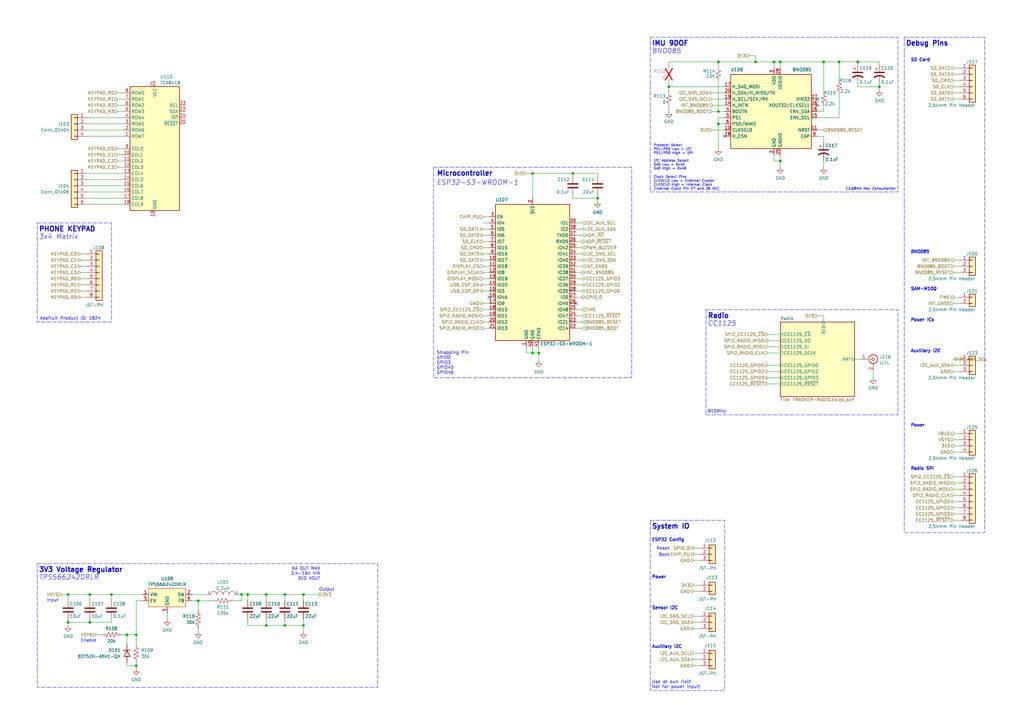
<source format=kicad_sch>
(kicad_sch (version 20230121) (generator eeschema)
  (paper "A3")
  (title_block (title "Tracker") (date "2023-09-19") (rev "A") (comment 4 "Author: Peter Giannetos"))
  (lib_symbols
    (symbol "Connector:Conn_Coaxial" (pin_names (offset 1.016) hide)
      (property "Reference" "J" (at 0.254 3.048 0))
      (property "Value" "Conn_Coaxial" (at 2.921 0 90))
      (symbol "Conn_Coaxial_1_1"
        (pin passive line (at -5.08 0 0) (length 2.54) (name "In") (number "1"))
        (pin passive line (at 0 -5.08 90) (length 2.54) (name "Ext") (number "2"))
      )
    )
    (symbol "Connector:Micro_SD_Card_Det2"
      (property "Reference" "J" (at -16.51 17.78 0))
      (property "Value" "Micro_SD_Card_Det2" (at 16.51 17.78 0))
      (symbol "Micro_SD_Card_Det2_1_1"
        (pin bidirectional line (at -22.86 10.16 0) (length 3.81) (name "DAT2") (number "1"))
        (pin passive line (at -22.86 -10.16 0) (length 3.81) (name "DET_A") (number "10"))
        (pin passive line (at 20.32 -12.7 180) (length 3.81) (name "SHIELD") (number "11"))
        (pin bidirectional line (at -22.86 7.62 0) (length 3.81) (name "DAT3/CD") (number "2"))
        (pin input line (at -22.86 5.08 0) (length 3.81) (name "CMD") (number "3"))
        (pin power_in line (at -22.86 2.54 0) (length 3.81) (name "VDD") (number "4"))
        (pin input line (at -22.86 0 0) (length 3.81) (name "CLK") (number "5"))
        (pin power_in line (at -22.86 -2.54 0) (length 3.81) (name "VSS") (number "6"))
        (pin bidirectional line (at -22.86 -5.08 0) (length 3.81) (name "DAT0") (number "7"))
        (pin bidirectional line (at -22.86 -7.62 0) (length 3.81) (name "DAT1") (number "8"))
        (pin passive line (at -22.86 -12.7 0) (length 3.81) (name "DET_B") (number "9"))
      )
    )
    (symbol "Connector:USB_C_Receptacle_USB2.0" (pin_names (offset 1.016))
      (property "Reference" "J101" (at 0 19.05 0))
      (property "Value" "1054500101" (at 7.62 -19.05 0))
      (symbol "USB_C_Receptacle_USB2.0_1_0"
        (pin no_connect line (at 12.7 -10.16 180) (length 2.54) hide (name "NC") (number "A10"))
        (pin no_connect line (at 12.7 -10.16 180) (length 2.54) hide (name "NC") (number "A11"))
        (pin no_connect line (at 12.7 -10.16 180) (length 2.54) hide (name "NC") (number "A2"))
        (pin no_connect line (at 12.7 -10.16 180) (length 2.54) hide (name "NC") (number "A3"))
        (pin no_connect line (at 12.7 -10.16 180) (length 2.54) hide (name "NC") (number "B10"))
        (pin no_connect line (at 12.7 -10.16 180) (length 2.54) hide (name "NC") (number "B11"))
        (pin no_connect line (at 12.7 -10.16 180) (length 2.54) hide (name "NC") (number "B2"))
        (pin no_connect line (at 12.7 -10.16 180) (length 2.54) hide (name "NC") (number "B3"))
      )
      (symbol "USB_C_Receptacle_USB2.0_1_1"
        (pin passive line (at 0 -22.86 90) (length 5.08) (name "GND") (number "A1"))
        (pin passive line (at 0 -22.86 90) (length 5.08) hide (name "GND") (number "A12"))
        (pin passive line (at 15.24 15.24 180) (length 5.08) (name "VBUS") (number "A4"))
        (pin bidirectional line (at 15.24 10.16 180) (length 5.08) (name "CC1") (number "A5"))
        (pin bidirectional line (at 15.24 2.54 180) (length 5.08) (name "D+") (number "A6"))
        (pin bidirectional line (at 15.24 -2.54 180) (length 5.08) (name "D-") (number "A7"))
        (pin bidirectional line (at 15.24 -12.7 180) (length 5.08) (name "SBU1") (number "A8"))
        (pin passive line (at 15.24 15.24 180) (length 5.08) hide (name "VBUS") (number "A9"))
        (pin passive line (at 0 -22.86 90) (length 5.08) hide (name "GND") (number "B1"))
        (pin passive line (at 0 -22.86 90) (length 5.08) hide (name "GND") (number "B12"))
        (pin passive line (at 15.24 15.24 180) (length 5.08) hide (name "VBUS") (number "B4"))
        (pin bidirectional line (at 15.24 7.62 180) (length 5.08) (name "CC2") (number "B5"))
        (pin bidirectional line (at 15.24 0 180) (length 5.08) (name "D+") (number "B6"))
        (pin bidirectional line (at 15.24 -5.08 180) (length 5.08) (name "D-") (number "B7"))
        (pin bidirectional line (at 15.24 -15.24 180) (length 5.08) (name "SBU2") (number "B8"))
        (pin passive line (at 15.24 15.24 180) (length 5.08) hide (name "VBUS") (number "B9"))
        (pin passive line (at -7.62 -22.86 90) (length 5.08) (name "SHIELD") (number "S1"))
      )
    )
    (symbol "Connector_Generic:Conn_01x02" (pin_names (offset 1.016) hide)
      (property "Reference" "J" (at 0 2.54 0))
      (property "Value" "Conn_01x02" (at 0 -5.08 0))
      (symbol "Conn_01x02_1_1"
        (pin passive line (at -5.08 0 0) (length 3.81) (name "Pin_1") (number "1"))
        (pin passive line (at -5.08 -2.54 0) (length 3.81) (name "Pin_2") (number "2"))
      )
    )
    (symbol "Connector_Generic:Conn_01x03" (pin_names (offset 1.016) hide)
      (property "Reference" "J" (at 0 5.08 0))
      (property "Value" "Conn_01x03" (at 0 -5.08 0))
      (symbol "Conn_01x03_1_1"
        (pin passive line (at -5.08 2.54 0) (length 3.81) (name "Pin_1") (number "1"))
        (pin passive line (at -5.08 0 0) (length 3.81) (name "Pin_2") (number "2"))
        (pin passive line (at -5.08 -2.54 0) (length 3.81) (name "Pin_3") (number "3"))
      )
    )
    (symbol "Connector_Generic:Conn_01x04" (pin_names (offset 1.016) hide)
      (property "Reference" "J" (at 0 5.08 0))
      (property "Value" "Conn_01x04" (at 0 -7.62 0))
      (symbol "Conn_01x04_1_1"
        (pin passive line (at -5.08 2.54 0) (length 3.81) (name "Pin_1") (number "1"))
        (pin passive line (at -5.08 0 0) (length 3.81) (name "Pin_2") (number "2"))
        (pin passive line (at -5.08 -2.54 0) (length 3.81) (name "Pin_3") (number "3"))
        (pin passive line (at -5.08 -5.08 0) (length 3.81) (name "Pin_4") (number "4"))
      )
    )
    (symbol "Connector_Generic:Conn_01x06" (pin_names (offset 1.016) hide)
      (property "Reference" "J" (at 0 7.62 0))
      (property "Value" "Conn_01x06" (at 0 -10.16 0))
      (symbol "Conn_01x06_1_1"
        (pin passive line (at -5.08 5.08 0) (length 3.81) (name "Pin_1") (number "1"))
        (pin passive line (at -5.08 2.54 0) (length 3.81) (name "Pin_2") (number "2"))
        (pin passive line (at -5.08 0 0) (length 3.81) (name "Pin_3") (number "3"))
        (pin passive line (at -5.08 -2.54 0) (length 3.81) (name "Pin_4") (number "4"))
        (pin passive line (at -5.08 -5.08 0) (length 3.81) (name "Pin_5") (number "5"))
        (pin passive line (at -5.08 -7.62 0) (length 3.81) (name "Pin_6") (number "6"))
      )
    )
    (symbol "Connector_Generic:Conn_01x08" (pin_names (offset 1.016) hide)
      (property "Reference" "J" (at 0 10.16 0))
      (property "Value" "Conn_01x08" (at 0 -12.7 0))
      (symbol "Conn_01x08_1_1"
        (pin passive line (at -5.08 7.62 0) (length 3.81) (name "Pin_1") (number "1"))
        (pin passive line (at -5.08 5.08 0) (length 3.81) (name "Pin_2") (number "2"))
        (pin passive line (at -5.08 2.54 0) (length 3.81) (name "Pin_3") (number "3"))
        (pin passive line (at -5.08 0 0) (length 3.81) (name "Pin_4") (number "4"))
        (pin passive line (at -5.08 -2.54 0) (length 3.81) (name "Pin_5") (number "5"))
        (pin passive line (at -5.08 -5.08 0) (length 3.81) (name "Pin_6") (number "6"))
        (pin passive line (at -5.08 -7.62 0) (length 3.81) (name "Pin_7") (number "7"))
        (pin passive line (at -5.08 -10.16 0) (length 3.81) (name "Pin_8") (number "8"))
      )
    )
    (symbol "Connector_Generic:Conn_01x10" (pin_names (offset 1.016) hide)
      (property "Reference" "J" (at 0 12.7 0))
      (property "Value" "Conn_01x10" (at 0 -15.24 0))
      (symbol "Conn_01x10_1_1"
        (pin passive line (at -5.08 10.16 0) (length 3.81) (name "Pin_1") (number "1"))
        (pin passive line (at -5.08 -12.7 0) (length 3.81) (name "Pin_10") (number "10"))
        (pin passive line (at -5.08 7.62 0) (length 3.81) (name "Pin_2") (number "2"))
        (pin passive line (at -5.08 5.08 0) (length 3.81) (name "Pin_3") (number "3"))
        (pin passive line (at -5.08 2.54 0) (length 3.81) (name "Pin_4") (number "4"))
        (pin passive line (at -5.08 0 0) (length 3.81) (name "Pin_5") (number "5"))
        (pin passive line (at -5.08 -2.54 0) (length 3.81) (name "Pin_6") (number "6"))
        (pin passive line (at -5.08 -5.08 0) (length 3.81) (name "Pin_7") (number "7"))
        (pin passive line (at -5.08 -7.62 0) (length 3.81) (name "Pin_8") (number "8"))
        (pin passive line (at -5.08 -10.16 0) (length 3.81) (name "Pin_9") (number "9"))
      )
    )
    (symbol "Device:Buzzer" (pin_names (offset 0.0254) hide)
      (property "Reference" "BZ" (at 3.81 1.27 0))
      (property "Value" "Buzzer" (at 3.81 -1.27 0))
      (symbol "Buzzer_1_1"
        (pin passive line (at -2.54 2.54 0) (length 2.54) (name "-") (number "1"))
        (pin passive line (at -2.54 -2.54 0) (length 2.54) (name "+") (number "2"))
      )
    )
    (symbol "Device:C" (pin_numbers hide) (pin_names (offset 0.254))
      (property "Reference" "C" (at 0.635 2.54 0))
      (property "Value" "C" (at 0.635 -2.54 0))
      (symbol "C_1_1"
        (pin passive line (at 0 3.81 270) (length 2.794) (name "~") (number "1"))
        (pin passive line (at 0 -3.81 90) (length 2.794) (name "~") (number "2"))
      )
    )
    (symbol "Device:C_Polarized_US" (pin_numbers hide) (pin_names (offset 0.254) hide)
      (property "Reference" "C" (at 0.635 2.54 0))
      (property "Value" "C_Polarized_US" (at 0.635 -2.54 0))
      (symbol "C_Polarized_US_1_1"
        (pin passive line (at 0 3.81 270) (length 2.794) (name "~") (number "1"))
        (pin passive line (at 0 -3.81 90) (length 3.302) (name "~") (number "2"))
      )
    )
    (symbol "Device:D_Zener" (pin_numbers hide) (pin_names (offset 1.016) hide)
      (property "Reference" "D" (at 0 2.54 0))
      (property "Value" "D_Zener" (at 0 -2.54 0))
      (symbol "D_Zener_1_1"
        (pin passive line (at -3.81 0 0) (length 2.54) (name "K") (number "1"))
        (pin passive line (at 3.81 0 180) (length 2.54) (name "A") (number "2"))
      )
    )
    (symbol "Device:R_Small_US" (pin_numbers hide) (pin_names (offset 0.254) hide)
      (property "Reference" "R" (at 0.762 0.508 0))
      (property "Value" "R_Small_US" (at 0.762 -1.016 0))
      (symbol "R_Small_US_1_1"
        (pin passive line (at 0 2.54 270) (length 1.016) (name "~") (number "1"))
        (pin passive line (at 0 -2.54 90) (length 1.016) (name "~") (number "2"))
      )
    )
    (symbol "Device:R_US" (pin_numbers hide) (pin_names (offset 0))
      (property "Reference" "R" (at 2.54 0 90))
      (property "Value" "R_US" (at -2.54 0 90))
      (symbol "R_US_1_1"
        (pin passive line (at 0 3.81 270) (length 1.27) (name "~") (number "1"))
        (pin passive line (at 0 -3.81 90) (length 1.27) (name "~") (number "2"))
      )
    )
    (symbol "Expander_Texas:TCA8418"
      (property "Reference" "U" (at -10.16 26.67 0))
      (property "Value" "TCA8418" (at 6.35 26.67 0))
      (symbol "TCA8418_0_0"
        (pin unspecified line (at -12.7 5.08 0) (length 2.54) (name "ROW7") (number "1"))
        (pin unspecified line (at -12.7 -2.54 0) (length 2.54) (name "COL1") (number "10"))
        (pin unspecified line (at -12.7 -5.08 0) (length 2.54) (name "COL2") (number "11"))
        (pin unspecified line (at -12.7 -7.62 0) (length 2.54) (name "COL3") (number "12"))
        (pin unspecified line (at -12.7 -10.16 0) (length 2.54) (name "COL4") (number "13"))
        (pin unspecified line (at -12.7 -12.7 0) (length 2.54) (name "COL5") (number "14"))
        (pin unspecified line (at -12.7 -15.24 0) (length 2.54) (name "COL6") (number "15"))
        (pin unspecified line (at -12.7 -17.78 0) (length 2.54) (name "COL7") (number "16"))
        (pin unspecified line (at -12.7 -20.32 0) (length 2.54) (name "COL8") (number "17"))
        (pin unspecified line (at -12.7 -22.86 0) (length 2.54) (name "COL9") (number "18"))
        (pin unspecified line (at 0 -27.94 90) (length 2.54) (name "GND") (number "19"))
        (pin unspecified line (at -12.7 7.62 0) (length 2.54) (name "ROW6") (number "2"))
        (pin unspecified line (at 12.7 10.16 180) (length 2.54) (name "~{RESET}") (number "20"))
        (pin unspecified line (at 0 27.94 270) (length 2.54) (name "VCC") (number "21"))
        (pin unspecified line (at 12.7 15.24 180) (length 2.54) (name "SDA") (number "22"))
        (pin unspecified line (at 12.7 17.78 180) (length 2.54) (name "SCL") (number "23"))
        (pin unspecified line (at 12.7 12.7 180) (length 2.54) (name "~{INT}") (number "24"))
        (pin unspecified line (at -12.7 10.16 0) (length 2.54) (name "ROW5") (number "3"))
        (pin unspecified line (at -12.7 12.7 0) (length 2.54) (name "ROW4") (number "4"))
        (pin unspecified line (at -12.7 15.24 0) (length 2.54) (name "ROW3") (number "5"))
        (pin unspecified line (at -12.7 17.78 0) (length 2.54) (name "ROW2") (number "6"))
        (pin unspecified line (at -12.7 20.32 0) (length 2.54) (name "ROW1") (number "7"))
        (pin unspecified line (at -12.7 22.86 0) (length 2.54) (name "ROW0") (number "8"))
        (pin unspecified line (at -12.7 0 0) (length 2.54) (name "COL0") (number "9"))
      )
    )
    (symbol "GND_1" (power) (pin_names (offset 0))
      (property "Value" "GND_1" (at 0 -3.81 0))
      (symbol "GND_1_1_1"
        (pin power_in line (at 0 0 270) (length 0) hide (name "GND") (number "1"))
      )
    )
    (symbol "GND_2" (power) (pin_names (offset 0))
      (property "Value" "GND_2" (at 0 -3.81 0))
      (symbol "GND_2_1_1"
        (pin power_in line (at 0 0 270) (length 0) hide (name "GND") (number "1"))
      )
    )
    (symbol "GND_3" (power) (pin_names (offset 0))
      (property "Value" "GND_3" (at 0 -3.81 0))
      (symbol "GND_3_1_1"
        (pin power_in line (at 0 0 270) (length 0) hide (name "GND") (number "1"))
      )
    )
    (symbol "GND_4" (power) (pin_names (offset 0))
      (property "Value" "GND_4" (at 0 -3.81 0))
      (symbol "GND_4_1_1"
        (pin power_in line (at 0 0 270) (length 0) hide (name "GND") (number "1"))
      )
    )
    (symbol "GND_7" (power) (pin_names (offset 0))
      (property "Value" "GND_7" (at 0 -3.81 0))
      (symbol "GND_7_1_1"
        (pin power_in line (at 0 0 270) (length 0) hide (name "GND") (number "1"))
      )
    )
    (symbol "GND_9" (power) (pin_names (offset 0))
      (property "Value" "GND_9" (at 0 -3.81 0))
      (symbol "GND_9_1_1"
        (pin power_in line (at 0 0 270) (length 0) hide (name "GND") (number "1"))
      )
    )
    (symbol "MCU_ESP32:ESP32-S3-WROOM-1U"
      (property "Reference" "U" (at -15.24 29.21 0))
      (property "Value" "ESP32-S3-WROOM-1U" (at 13.97 29.21 0))
      (symbol "ESP32-S3-WROOM-1U_1_1"
        (pin power_in line (at -2.54 -30.48 90) (length 2.54) (name "GND") (number "1"))
        (pin bidirectional line (at -17.78 5.08 0) (length 2.54) (name "IO17") (number "10"))
        (pin bidirectional line (at -17.78 2.54 0) (length 2.54) (name "IO18") (number "11"))
        (pin bidirectional line (at -17.78 0 0) (length 2.54) (name "IO8") (number "12"))
        (pin bidirectional line (at -17.78 -2.54 0) (length 2.54) (name "IO19") (number "13"))
        (pin bidirectional line (at -17.78 -5.08 0) (length 2.54) (name "IO20") (number "14"))
        (pin bidirectional line (at -17.78 -7.62 0) (length 2.54) (name "IO3") (number "15"))
        (pin bidirectional line (at -17.78 -10.16 0) (length 2.54) (name "IO46") (number "16"))
        (pin bidirectional line (at -17.78 -12.7 0) (length 2.54) (name "IO9") (number "17"))
        (pin bidirectional line (at -17.78 -15.24 0) (length 2.54) (name "IO10") (number "18"))
        (pin bidirectional line (at -17.78 -17.78 0) (length 2.54) (name "IO11") (number "19"))
        (pin power_in line (at 0 30.48 270) (length 2.54) (name "3V3") (number "2"))
        (pin bidirectional line (at -17.78 -20.32 0) (length 2.54) (name "IO12") (number "20"))
        (pin bidirectional line (at -17.78 -22.86 0) (length 2.54) (name "IO13") (number "21"))
        (pin bidirectional line (at 17.78 -22.86 180) (length 2.54) (name "IO14") (number "22"))
        (pin bidirectional line (at 17.78 -20.32 180) (length 2.54) (name "IO21") (number "23"))
        (pin bidirectional line (at 17.78 -17.78 180) (length 2.54) (name "IO47") (number "24"))
        (pin bidirectional line (at 17.78 -15.24 180) (length 2.54) (name "IO48") (number "25"))
        (pin bidirectional line (at 17.78 -12.7 180) (length 2.54) (name "IO45") (number "26"))
        (pin bidirectional line (at 17.78 -10.16 180) (length 2.54) (name "IO0") (number "27"))
        (pin bidirectional line (at 17.78 -7.62 180) (length 2.54) (name "IO35") (number "28"))
        (pin bidirectional line (at 17.78 -5.08 180) (length 2.54) (name "IO36") (number "29"))
        (pin input line (at -17.78 22.86 0) (length 2.54) (name "EN") (number "3"))
        (pin bidirectional line (at 17.78 -2.54 180) (length 2.54) (name "IO37") (number "30"))
        (pin bidirectional line (at 17.78 0 180) (length 2.54) (name "IO38") (number "31"))
        (pin bidirectional line (at 17.78 2.54 180) (length 2.54) (name "IO39") (number "32"))
        (pin bidirectional line (at 17.78 5.08 180) (length 2.54) (name "IO40") (number "33"))
        (pin bidirectional line (at 17.78 7.62 180) (length 2.54) (name "IO41") (number "34"))
        (pin bidirectional line (at 17.78 10.16 180) (length 2.54) (name "IO42") (number "35"))
        (pin bidirectional line (at 17.78 12.7 180) (length 2.54) (name "RXD0") (number "36"))
        (pin bidirectional line (at 17.78 15.24 180) (length 2.54) (name "TXD0") (number "37"))
        (pin bidirectional line (at 17.78 17.78 180) (length 2.54) (name "IO2") (number "38"))
        (pin bidirectional line (at 17.78 20.32 180) (length 2.54) (name "IO1") (number "39"))
        (pin bidirectional line (at -17.78 20.32 0) (length 2.54) (name "IO4") (number "4"))
        (pin power_in line (at 0 -30.48 90) (length 2.54) (name "GND") (number "40"))
        (pin power_out line (at 2.54 -30.48 90) (length 2.54) (name "EPAD") (number "41"))
        (pin bidirectional line (at -17.78 17.78 0) (length 2.54) (name "IO5") (number "5"))
        (pin bidirectional line (at -17.78 15.24 0) (length 2.54) (name "IO6") (number "6"))
        (pin bidirectional line (at -17.78 12.7 0) (length 2.54) (name "IO7") (number "7"))
        (pin bidirectional line (at -17.78 10.16 0) (length 2.54) (name "IO15") (number "8"))
        (pin bidirectional line (at -17.78 7.62 0) (length 2.54) (name "IO16") (number "9"))
      )
    )
    (symbol "Mechanical:MountingHole_Pad" (pin_numbers hide) (pin_names (offset 1.016) hide)
      (property "Reference" "H" (at 0 6.35 0))
      (property "Value" "MountingHole_Pad" (at 0 4.445 0))
      (symbol "MountingHole_Pad_1_1"
        (pin input line (at 0 -2.54 90) (length 2.54) (name "1") (number "1"))
      )
    )
    (symbol "Power_MUX:TPS2121" (pin_names (offset 1.016))
      (property "Reference" "U" (at -6.35 16.51 0))
      (property "Value" "TPS2121" (at 3.81 16.51 0))
      (symbol "TPS2121_0_0"
        (pin output line (at 10.16 -10.16 180) (length 2.54) (name "ILM") (number "10"))
        (pin output line (at 10.16 -7.62 180) (length 2.54) (name "SS") (number "11"))
        (pin power_in line (at 0 -15.24 90) (length 2.54) (name "GND") (number "12"))
        (pin power_in line (at -10.16 -5.08 0) (length 2.54) (name "IN2") (number "2"))
        (pin input line (at 10.16 5.08 180) (length 2.54) (name "CP2") (number "3"))
        (pin input line (at -10.16 -10.16 0) (length 2.54) (name "OV2") (number "4"))
        (pin input line (at -10.16 2.54 0) (length 2.54) (name "OV1") (number "5"))
        (pin input line (at -10.16 7.62 0) (length 2.54) (name "PR1") (number "6"))
        (pin power_in line (at -10.16 12.7 0) (length 2.54) (name "IN1") (number "7"))
        (pin output line (at 10.16 -5.08 180) (length 2.54) (name "ST") (number "9"))
      )
      (symbol "TPS2121_1_0"
        (pin power_out line (at 10.16 12.7 180) (length 2.54) (name "OUT") (number "1"))
        (pin power_out line (at 10.16 12.7 180) (length 2.54) hide (name "OUT") (number "8"))
      )
    )
    (symbol "Power_Protection:ECMF02-2AMX6" (pin_names (offset 0.0254) hide)
      (property "Reference" "U" (at 0 10.16 0))
      (property "Value" "ECMF02-2AMX6" (at 0 7.62 0))
      (symbol "ECMF02-2AMX6_0_1"
        (text "D+" (at 0 3.556 0) (effects (font (size 1.27 1.27))))
        (text "D-" (at 0 -1.27 0) (effects (font (size 1.27 1.27))))
      )
      (symbol "ECMF02-2AMX6_1_1"
        (pin passive line (at -10.16 2.54 0) (length 2.54) (name "D+_in") (number "1"))
        (pin passive line (at -10.16 0 0) (length 2.54) (name "D-_in") (number "2"))
        (pin power_in line (at 0 -7.62 90) (length 2.54) (name "GND") (number "3"))
        (pin free line (at 2.54 -7.62 90) (length 2.54) (name "NC") (number "4"))
        (pin passive line (at 10.16 0 180) (length 2.54) (name "D-_out") (number "5"))
        (pin passive line (at 10.16 2.54 180) (length 2.54) (name "D+_out") (number "6"))
      )
    )
    (symbol "RF_GPS:SAM-M10Q"
      (property "Reference" "U" (at -10.16 12.7 0))
      (property "Value" "SAM-M10Q-00B" (at 0 0 0))
      (symbol "SAM-M10Q_0_0"
        (pin power_in line (at 0 -12.7 90) (length 2.54) (name "GND") (number "1"))
        (pin input line (at 12.7 0 180) (length 2.54) (name "SCL") (number "12"))
        (pin output line (at 12.7 -2.54 180) (length 2.54) (name "TXD") (number "13"))
        (pin input line (at 12.7 -5.08 180) (length 2.54) (name "RXD") (number "14"))
        (pin power_in line (at -2.54 12.7 270) (length 2.54) (name "VCC") (number "17"))
        (pin input line (at -12.7 -2.54 0) (length 2.54) (name "RESET_N") (number "18"))
        (pin input line (at -12.7 -5.08 0) (length 2.54) (name "EXTINT") (number "19"))
        (pin power_in line (at 0 12.7 270) (length 2.54) (name "V_IO") (number "2"))
        (pin power_in line (at 2.54 12.7 270) (length 2.54) (name "V_BCKP") (number "3"))
        (pin output line (at -12.7 2.54 0) (length 2.54) (name "TIMEPULSE") (number "7"))
        (pin power_in line (at -12.7 0 0) (length 2.54) (name "SAFEBOOT_N") (number "8"))
        (pin bidirectional line (at 12.7 2.54 180) (length 2.54) (name "SDA") (number "9"))
      )
      (symbol "SAM-M10Q_1_0"
        (pin power_in line (at 0 -12.7 90) (length 2.54) hide (name "GND") (number "10"))
        (pin power_in line (at 0 -12.7 90) (length 2.54) hide (name "GND") (number "11"))
        (pin power_in line (at 0 -12.7 90) (length 2.54) hide (name "GND") (number "15"))
        (pin power_in line (at 0 -12.7 90) (length 2.54) hide (name "GND") (number "16"))
        (pin power_in line (at 0 -12.7 90) (length 2.54) hide (name "GND") (number "20"))
        (pin power_in line (at 0 -12.7 90) (length 2.54) hide (name "GND") (number "4"))
        (pin power_in line (at 0 -12.7 90) (length 2.54) hide (name "GND") (number "5"))
        (pin power_in line (at 0 -12.7 90) (length 2.54) hide (name "GND") (number "6"))
      )
    )
    (symbol "Sensors_Motion_CEVA:BNO086"
      (property "Reference" "U107" (at -12.7 14.605 0))
      (property "Value" "BNO085" (at 13.97 14.605 0))
      (symbol "BNO086_1_0"
        (pin no_connect line (at 20.32 5.08 180) (length 2.54) hide (name "RESV_NC") (number "1"))
        (pin no_connect line (at 20.32 5.08 180) (length 2.54) hide (name "RESV_NC") (number "12"))
        (pin no_connect line (at 20.32 5.08 180) (length 2.54) hide (name "RESV_NC") (number "13"))
        (pin no_connect line (at 20.32 5.08 180) (length 2.54) hide (name "RESV_NC") (number "21"))
        (pin no_connect line (at 20.32 5.08 180) (length 2.54) hide (name "RESV_NC") (number "22"))
        (pin no_connect line (at 20.32 5.08 180) (length 2.54) hide (name "RESV_NC") (number "23"))
        (pin no_connect line (at 20.32 5.08 180) (length 2.54) hide (name "RESV_NC") (number "24"))
        (pin no_connect line (at 20.32 5.08 180) (length 2.54) hide (name "RESV_NC") (number "7"))
        (pin no_connect line (at 20.32 5.08 180) (length 2.54) hide (name "RESV_NC") (number "8"))
      )
      (symbol "BNO086_1_1"
        (pin input line (at -17.78 -10.16 0) (length 2.54) (name "CLKSEL0") (number "10"))
        (pin input line (at 20.32 -10.16 180) (length 2.54) (name "NRST") (number "11"))
        (pin output line (at -17.78 0 0) (length 2.54) (name "H_INTN") (number "14"))
        (pin bidirectional line (at 20.32 -5.08 180) (length 2.54) (name "ENV_SCL") (number "15"))
        (pin bidirectional line (at 20.32 -2.54 180) (length 2.54) (name "ENV_SDA") (number "16"))
        (pin input line (at -17.78 7.62 0) (length 2.54) (name "H_SA0_MOSI") (number "17"))
        (pin input line (at -17.78 -12.7 0) (length 2.54) (name "H_CSN") (number "18"))
        (pin bidirectional line (at -17.78 2.54 0) (length 2.54) (name "H_SCL/SCK/RX") (number "19"))
        (pin power_in line (at 2.54 -20.32 90) (length 2.54) (name "GND") (number "2"))
        (pin bidirectional line (at -17.78 5.08 0) (length 2.54) (name "H_SDA/H_MISO/TX") (number "20"))
        (pin power_in line (at 5.08 -20.32 90) (length 2.54) (name "GNDIO") (number "25"))
        (pin output line (at 20.32 0 180) (length 2.54) (name "XOUT32/CLKSEL1") (number "26"))
        (pin input line (at 20.32 2.54 180) (length 2.54) (name "XIN32") (number "27"))
        (pin power_in line (at 5.08 15.24 270) (length 2.54) (name "VDDIO") (number "28"))
        (pin power_in line (at 2.54 15.24 270) (length 2.54) (name "VDD") (number "3"))
        (pin input line (at -17.78 -2.54 0) (length 2.54) (name "BOOTN") (number "4"))
        (pin input line (at -17.78 -5.08 0) (length 2.54) (name "PS1") (number "5"))
        (pin input line (at -17.78 -7.62 0) (length 2.54) (name "PS0/WAKE") (number "6"))
        (pin passive line (at 20.32 -12.7 180) (length 2.54) (name "CAP") (number "9"))
      )
    )
    (symbol "Switch:SW_Push" (pin_numbers hide) (pin_names (offset 1.016) hide)
      (property "Reference" "SW" (at 1.27 2.54 0))
      (property "Value" "SW_Push" (at 0 -1.524 0))
      (symbol "SW_Push_0_1"
        (pin passive line (at -5.08 0 0) (length 2.54) (name "1") (number "1"))
        (pin passive line (at 5.08 0 180) (length 2.54) (name "2") (number "2"))
      )
    )
    (symbol "Switch:SW_SPST" (pin_names (offset 0) hide)
      (property "Reference" "SW" (at 0 3.175 0))
      (property "Value" "SW_SPST" (at 0 -2.54 0))
      (symbol "SW_SPST_1_1"
        (pin passive line (at -5.08 0 0) (length 2.54) (name "A") (number "1"))
        (pin passive line (at 5.08 0 180) (length 2.54) (name "B") (number "2"))
      )
    )
    (symbol "TI_TPS566242DRLR_1"
      (property "Reference" "U103" (at 0 9.0973 0))
      (property "Value" "TPS566242DRLR" (at 0 6.6731 0))
      (symbol "TI_TPS566242DRLR_1_0_0"
        (pin input line (at -10.16 2.54 0) (length 2.54) (name "VIN") (number "1"))
        (pin output line (at 10.16 2.54 180) (length 2.54) (name "SW") (number "2"))
        (pin power_in line (at 0 -5.08 90) (length 2.54) (name "GND") (number "3"))
        (pin input line (at -10.16 0 0) (length 2.54) (name "EN") (number "5"))
        (pin input line (at 10.16 0 180) (length 2.54) (name "FB") (number "6"))
      )
      (symbol "TI_TPS566242DRLR_1_1_0"
        (pin power_in line (at 0 -5.08 90) (length 2.54) hide (name "AGND") (number "4"))
      )
    )
    (symbol "power:GND" (power) (pin_names (offset 0))
      (property "Value" "GND" (at 0 -3.81 0))
      (symbol "GND_1_1"
        (pin power_in line (at 0 0 270) (length 0) hide (name "GND") (number "1"))
      )
    )
    (symbol "pspice:INDUCTOR" (pin_numbers hide) (pin_names (offset 0))
      (property "Reference" "L" (at 0 2.54 0))
      (property "Value" "INDUCTOR" (at 0 -1.27 0))
      (symbol "INDUCTOR_1_1"
        (pin input line (at -6.35 0 0) (length 1.27) (name "1") (number "1"))
        (pin input line (at 6.35 0 180) (length 1.27) (name "2") (number "2"))
      )
    )
  )
  (junction (at -83.82 292.1))
  (junction (at 124.46 256.54))
  (junction (at 55.88 260.35))
  (junction (at -184.15 283.21))
  (junction (at -76.2 292.1))
  (junction (at -115.57 86.36))
  (junction (at 351.79 25.4))
  (junction (at 337.82 25.4))
  (junction (at -184.15 297.18))
  (junction (at 52.07 260.35))
  (junction (at 124.46 243.84))
  (junction (at -182.88 127))
  (junction (at 36.83 255.27))
  (junction (at 317.5 25.4))
  (junction (at 360.68 35.56))
  (junction (at 234.95 71.12))
  (junction (at -193.04 294.64))
  (junction (at 294.64 50.8))
  (junction (at 294.64 25.4))
  (junction (at -91.44 292.1))
  (junction (at 99.06 243.84))
  (junction (at 344.17 25.4))
  (junction (at -175.26 302.26))
  (junction (at -175.26 283.21))
  (junction (at 274.32 35.56))
  (junction (at -115.57 88.9))
  (junction (at 109.22 256.54))
  (junction (at 309.88 25.4))
  (junction (at 218.44 71.12))
  (junction (at 45.72 243.84))
  (junction (at -162.56 248.92))
  (junction (at -166.37 304.8))
  (junction (at 27.94 243.84))
  (junction (at 36.83 243.84))
  (junction (at 218.44 144.78))
  (junction (at -133.35 110.49))
  (junction (at -124.46 243.84))
  (junction (at 55.88 273.05))
  (junction (at 245.11 81.28))
  (junction (at -124.46 279.4))
  (junction (at -138.43 287.02))
  (junction (at -78.74 77.47))
  (junction (at 116.84 243.84))
  (junction (at 116.84 256.54))
  (junction (at 109.22 243.84))
  (junction (at 101.6 243.84))
  (junction (at -166.37 283.21))
  (junction (at 220.98 144.78))
  (junction (at 320.04 66.04))
  (junction (at 81.28 246.38))
  (junction (at 320.04 25.4))
  (junction (at -138.43 251.46))
  (junction (at 27.94 255.27))
  (junction (at 294.64 45.72))
  (no_connect (at -195.58 144.78))
  (no_connect (at -170.18 144.78))
  (no_connect (at -170.18 147.32))
  (no_connect (at -195.58 142.24))
  (no_connect (at -77.47 262.89))
  (no_connect (at 335.28 40.64))
  (no_connect (at 236.22 124.46))
  (no_connect (at -180.34 129.54))
  (no_connect (at 297.18 55.88))
  (no_connect (at 200.66 121.92))
  (no_connect (at 335.28 43.18))
  (no_connect (at -125.73 161.29))
  (no_connect (at -118.11 99.06))
  (no_connect (at -125.73 158.75))
  (no_connect (at -118.11 101.6))
  (wire (pts (xy 33.02 111.76) (xy 35.56 111.76)))
  (wire (pts (xy -125.73 243.84) (xy -124.46 243.84)))
  (wire (pts (xy -175.26 302.26) (xy -160.02 302.26)))
  (wire (pts (xy 97.79 243.84) (xy 99.06 243.84)))
  (wire (pts (xy 234.95 81.28) (xy 245.11 81.28)))
  (wire (pts (xy 116.84 254) (xy 116.84 256.54)))
  (wire (pts (xy -138.43 251.46) (xy -138.43 255.27)))
  (wire (pts (xy 48.26 63.5) (xy 50.8 63.5)))
  (wire (pts (xy 292.1 45.72) (xy 294.64 45.72)))
  (wire (pts (xy 335.28 129.54) (xy 337.82 129.54)))
  (wire (pts (xy -138.43 251.46) (xy -134.62 251.46)))
  (wire (pts (xy 58.42 243.84) (xy 45.72 243.84)))
  (wire (pts (xy -138.43 243.84) (xy -138.43 251.46)))
  (wire (pts (xy -105.41 71.12) (xy -102.87 71.12)))
  (wire (pts (xy 274.32 35.56) (xy 297.18 35.56)))
  (wire (pts (xy -76.2 289.56) (xy -76.2 292.1)))
  (wire (pts (xy -125.73 156.21) (xy -128.27 156.21)))
  (wire (pts (xy 360.68 35.56) (xy 360.68 34.29)))
  (wire (pts (xy 391.16 208.28) (xy 393.7 208.28)))
  (wire (pts (xy 81.28 246.38) (xy 87.63 246.38)))
  (wire (pts (xy 391.16 210.82) (xy 393.7 210.82)))
  (polyline (pts (xy -106.68 297.18) (xy -106.68 264.16)) (stroke (width 0) (type dash)))
  (wire (pts (xy -241.935 140.97) (xy -241.935 139.7)))
  (wire (pts (xy -195.58 304.8) (xy -166.37 304.8)))
  (wire (pts (xy -81.28 78.74) (xy -78.74 78.74)))
  (wire (pts (xy -177.8 127) (xy -182.88 127)))
  (wire (pts (xy 360.68 26.67) (xy 360.68 25.4)))
  (wire (pts (xy -139.7 151.13) (xy -125.73 151.13)))
  (wire (pts (xy -80.01 161.29) (xy -82.55 161.29)))
  (wire (pts (xy 314.96 152.4) (xy 320.04 152.4)))
  (wire (pts (xy -193.04 292.1) (xy -193.04 294.64)))
  (wire (pts (xy -170.18 139.7) (xy -167.64 139.7)))
  (wire (pts (xy 236.22 99.06) (xy 238.76 99.06)))
  (wire (pts (xy -140.97 109.22) (xy -140.97 110.49)))
  (wire (pts (xy 294.64 50.8) (xy 294.64 60.96)))
  (wire (pts (xy 351.79 35.56) (xy 351.79 34.29)))
  (wire (pts (xy 198.12 101.6) (xy 200.66 101.6)))
  (wire (pts (xy -140.97 110.49) (xy -133.35 110.49)))
  (wire (pts (xy 314.96 142.24) (xy 320.04 142.24)))
  (wire (pts (xy -78.74 76.2) (xy -81.28 76.2)))
  (wire (pts (xy 391.16 40.64) (xy 393.7 40.64)))
  (wire (pts (xy -80.01 163.195) (xy -80.01 161.29)))
  (wire (pts (xy 234.95 71.12) (xy 234.95 72.39)))
  (wire (pts (xy 307.34 22.86) (xy 309.88 22.86)))
  (wire (pts (xy 284.48 229.87) (xy 287.02 229.87)))
  (wire (pts (xy 109.22 246.38) (xy 109.22 243.84)))
  (wire (pts (xy 33.02 119.38) (xy 35.56 119.38)))
  (wire (pts (xy -185.42 129.54) (xy -185.42 127)))
  (wire (pts (xy 52.07 264.16) (xy 52.07 260.35)))
  (wire (pts (xy -193.04 284.48) (xy -193.04 283.21)))
  (wire (pts (xy -133.35 110.49) (xy -133.35 109.22)))
  (wire (pts (xy -184.15 297.18) (xy -160.02 297.18)))
  (wire (pts (xy -166.37 292.1) (xy -166.37 304.8)))
  (wire (pts (xy 36.83 243.84) (xy 45.72 243.84)))
  (wire (pts (xy 284.48 257.81) (xy 287.02 257.81)))
  (wire (pts (xy 39.37 260.35) (xy 41.91 260.35)))
  (polyline (pts (xy -142.24 264.16) (xy -142.24 297.18)) (stroke (width 0) (type dash)))
  (wire (pts (xy 124.46 243.84) (xy 130.81 243.84)))
  (wire (pts (xy -166.37 304.8) (xy -160.02 304.8)))
  (wire (pts (xy 218.44 71.12) (xy 218.44 81.28)))
  (wire (pts (xy 391.16 205.74) (xy 393.7 205.74)))
  (polyline (pts (xy -142.24 297.18) (xy -106.68 297.18)) (stroke (width 0) (type dash)))
  (wire (pts (xy 33.02 121.92) (xy 35.56 121.92)))
  (wire (pts (xy 391.16 203.2) (xy 393.7 203.2)))
  (wire (pts (xy 284.48 252.73) (xy 287.02 252.73)))
  (wire (pts (xy 391.16 152.4) (xy 393.7 152.4)))
  (wire (pts (xy 35.56 83.82) (xy 50.8 83.82)))
  (wire (pts (xy 33.02 106.68) (xy 35.56 106.68)))
  (wire (pts (xy 109.22 243.84) (xy 101.6 243.84)))
  (wire (pts (xy 124.46 256.54) (xy 124.46 254)))
  (wire (pts (xy -78.74 77.47) (xy -78.74 76.2)))
  (wire (pts (xy 292.1 53.34) (xy 297.18 53.34)))
  (wire (pts (xy 337.82 25.4) (xy 337.82 38.1)))
  (wire (pts (xy -193.04 283.21) (xy -184.15 283.21)))
  (wire (pts (xy -113.03 86.36) (xy -115.57 86.36)))
  (wire (pts (xy 36.83 255.27) (xy 45.72 255.27)))
  (wire (pts (xy 391.16 200.66) (xy 393.7 200.66)))
  (wire (pts (xy 198.12 109.22) (xy 200.66 109.22)))
  (wire (pts (xy 245.11 71.12) (xy 245.11 72.39)))
  (wire (pts (xy 124.46 259.08) (xy 124.46 256.54)))
  (wire (pts (xy 391.16 35.56) (xy 393.7 35.56)))
  (wire (pts (xy 309.88 25.4) (xy 317.5 25.4)))
  (wire (pts (xy 335.28 53.34) (xy 337.82 53.34)))
  (wire (pts (xy 391.16 121.92) (xy 393.7 121.92)))
  (wire (pts (xy 124.46 256.54) (xy 116.84 256.54)))
  (wire (pts (xy -166.37 283.21) (xy -161.29 283.21)))
  (wire (pts (xy 337.82 25.4) (xy 344.17 25.4)))
  (wire (pts (xy 48.26 60.96) (xy 50.8 60.96)))
  (wire (pts (xy -170.18 142.24) (xy -167.64 142.24)))
  (wire (pts (xy 344.17 25.4) (xy 344.17 33.02)))
  (wire (pts (xy 35.56 50.8) (xy 50.8 50.8)))
  (wire (pts (xy -128.27 146.05) (xy -125.73 146.05)))
  (wire (pts (xy 337.82 66.04) (xy 337.82 68.58)))
  (wire (pts (xy 236.22 116.84) (xy 238.76 116.84)))
  (wire (pts (xy -175.26 283.21) (xy -166.37 283.21)))
  (wire (pts (xy 335.28 48.26) (xy 344.17 48.26)))
  (wire (pts (xy -92.71 88.9) (xy -90.17 88.9)))
  (wire (pts (xy 236.22 119.38) (xy 238.76 119.38)))
  (wire (pts (xy 68.58 251.46) (xy 68.58 254)))
  (wire (pts (xy 274.32 43.18) (xy 274.32 45.72)))
  (wire (pts (xy -138.43 287.02) (xy -134.62 287.02)))
  (wire (pts (xy 314.96 139.7) (xy 320.04 139.7)))
  (wire (pts (xy -73.025 77.47) (xy -73.025 81.28)))
  (wire (pts (xy -125.73 148.59) (xy -128.27 148.59)))
  (wire (pts (xy -124.46 279.4) (xy -119.38 279.4)))
  (wire (pts (xy -83.82 292.1) (xy -76.2 292.1)))
  (wire (pts (xy 236.22 111.76) (xy 238.76 111.76)))
  (wire (pts (xy 198.12 124.46) (xy 200.66 124.46)))
  (wire (pts (xy 391.16 30.48) (xy 393.7 30.48)))
  (wire (pts (xy 99.06 246.38) (xy 99.06 243.84)))
  (wire (pts (xy 35.56 81.28) (xy 50.8 81.28)))
  (wire (pts (xy 236.22 127) (xy 238.76 127)))
  (wire (pts (xy 35.56 71.12) (xy 50.8 71.12)))
  (wire (pts (xy 35.56 53.34) (xy 50.8 53.34)))
  (polyline (pts (xy -175.26 228.6) (xy -144.78 228.6)) (stroke (width 0) (type dash)))
  (wire (pts (xy -80.01 260.35) (xy -77.47 260.35)))
  (wire (pts (xy 314.96 144.78) (xy 320.04 144.78)))
  (wire (pts (xy -113.03 88.9) (xy -115.57 88.9)))
  (wire (pts (xy -127 287.02) (xy -124.46 287.02)))
  (wire (pts (xy 284.48 270.51) (xy 287.02 270.51)))
  (wire (pts (xy -99.06 289.56) (xy -99.06 292.1)))
  (wire (pts (xy 236.22 93.98) (xy 238.76 93.98)))
  (wire (pts (xy 35.56 55.88) (xy 50.8 55.88)))
  (wire (pts (xy 320.04 25.4) (xy 320.04 27.94)))
  (wire (pts (xy 320.04 66.04) (xy 320.04 68.58)))
  (wire (pts (xy -184.15 283.21) (xy -184.15 284.48)))
  (polyline (pts (xy -142.24 228.6) (xy -106.68 228.6)) (stroke (width 0) (type dash)))
  (wire (pts (xy 309.88 22.86) (xy 309.88 25.4)))
  (wire (pts (xy 35.56 48.26) (xy 50.8 48.26)))
  (wire (pts (xy 215.9 142.24) (xy 215.9 144.78)))
  (wire (pts (xy 391.16 149.86) (xy 393.7 149.86)))
  (wire (pts (xy 35.56 78.74) (xy 50.8 78.74)))
  (wire (pts (xy -80.01 255.27) (xy -77.47 255.27)))
  (wire (pts (xy -127 251.46) (xy -124.46 251.46)))
  (wire (pts (xy -166.37 283.21) (xy -166.37 284.48)))
  (wire (pts (xy -241.935 139.7) (xy -231.14 139.7)))
  (wire (pts (xy -162.56 246.38) (xy -162.56 248.92)))
  (wire (pts (xy -162.56 236.22) (xy -162.56 238.76)))
  (wire (pts (xy 236.22 132.08) (xy 238.76 132.08)))
  (wire (pts (xy 198.12 104.14) (xy 200.66 104.14)))
  (wire (pts (xy 317.5 25.4) (xy 320.04 25.4)))
  (wire (pts (xy 245.11 80.01) (xy 245.11 81.28)))
  (wire (pts (xy 294.64 25.4) (xy 309.88 25.4)))
  (wire (pts (xy -138.43 287.02) (xy -138.43 290.83)))
  (wire (pts (xy -118.11 88.9) (xy -115.57 88.9)))
  (wire (pts (xy 284.48 240.03) (xy 287.02 240.03)))
  (wire (pts (xy 391.16 27.94) (xy 393.7 27.94)))
  (wire (pts (xy -193.04 294.64) (xy -160.02 294.64)))
  (wire (pts (xy -139.7 151.13) (xy -139.7 158.75)))
  (wire (pts (xy 344.17 25.4) (xy 351.79 25.4)))
  (wire (pts (xy 52.07 273.05) (xy 55.88 273.05)))
  (polyline (pts (xy -142.24 228.6) (xy -142.24 261.62)) (stroke (width 0) (type dash)))
  (wire (pts (xy 116.84 246.38) (xy 116.84 243.84)))
  (wire (pts (xy 320.04 66.04) (xy 317.5 66.04)))
  (wire (pts (xy 391.16 180.34) (xy 393.7 180.34)))
  (wire (pts (xy 198.12 106.68) (xy 200.66 106.68)))
  (wire (pts (xy 218.44 71.12) (xy 234.95 71.12)))
  (wire (pts (xy 236.22 114.3) (xy 238.76 114.3)))
  (wire (pts (xy 317.5 25.4) (xy 317.5 27.94)))
  (wire (pts (xy 391.16 111.76) (xy 393.7 111.76)))
  (wire (pts (xy 284.48 242.57) (xy 287.02 242.57)))
  (wire (pts (xy 33.02 116.84) (xy 35.56 116.84)))
  (wire (pts (xy 391.16 33.02) (xy 393.7 33.02)))
  (wire (pts (xy 198.12 129.54) (xy 200.66 129.54)))
  (wire (pts (xy 55.88 273.05) (xy 55.88 274.32)))
  (wire (pts (xy -138.43 279.4) (xy -138.43 287.02)))
  (wire (pts (xy 124.46 246.38) (xy 124.46 243.84)))
  (wire (pts (xy 218.44 142.24) (xy 218.44 144.78)))
  (wire (pts (xy 198.12 93.98) (xy 200.66 93.98)))
  (wire (pts (xy 236.22 104.14) (xy 238.76 104.14)))
  (wire (pts (xy -118.11 78.74) (xy -88.9 78.74)))
  (wire (pts (xy -118.11 83.82) (xy -115.57 83.82)))
  (wire (pts (xy 52.07 260.35) (xy 55.88 260.35)))
  (wire (pts (xy 55.88 260.35) (xy 55.88 264.16)))
  (wire (pts (xy -80.01 245.11) (xy -77.47 245.11)))
  (wire (pts (xy 198.12 132.08) (xy 200.66 132.08)))
  (wire (pts (xy 391.16 147.32) (xy 393.7 147.32)))
  (wire (pts (xy 234.95 80.01) (xy 234.95 81.28)))
  (wire (pts (xy 274.32 35.56) (xy 274.32 38.1)))
  (wire (pts (xy 81.28 246.38) (xy 78.74 246.38)))
  (wire (pts (xy 109.22 254) (xy 109.22 256.54)))
  (wire (pts (xy 360.68 36.83) (xy 360.68 35.56)))
  (wire (pts (xy 198.12 99.06) (xy 200.66 99.06)))
  (wire (pts (xy 27.94 255.27) (xy 27.94 256.54)))
  (wire (pts (xy 52.07 271.78) (xy 52.07 273.05)))
  (wire (pts (xy -115.57 88.9) (xy -115.57 91.44)))
  (wire (pts (xy 320.04 63.5) (xy 320.04 66.04)))
  (wire (pts (xy 284.48 227.33) (xy 287.02 227.33)))
  (wire (pts (xy -195.58 294.64) (xy -193.04 294.64)))
  (wire (pts (xy 320.04 25.4) (xy 337.82 25.4)))
  (wire (pts (xy -184.15 292.1) (xy -184.15 297.18)))
  (wire (pts (xy 284.48 273.05) (xy 287.02 273.05)))
  (wire (pts (xy 236.22 129.54) (xy 238.76 129.54)))
  (wire (pts (xy 391.16 177.8) (xy 393.7 177.8)))
  (wire (pts (xy 33.02 114.3) (xy 35.56 114.3)))
  (wire (pts (xy -138.43 279.4) (xy -135.89 279.4)))
  (wire (pts (xy 215.9 144.78) (xy 218.44 144.78)))
  (wire (pts (xy 33.02 104.14) (xy 35.56 104.14)))
  (polyline (pts (xy -142.24 264.16) (xy -106.68 264.16)) (stroke (width 0) (type dash)))
  (wire (pts (xy -115.57 83.82) (xy -115.57 86.36)))
  (wire (pts (xy -125.73 138.43) (xy -128.27 138.43)))
  (wire (pts (xy 292.1 40.64) (xy 297.18 40.64)))
  (wire (pts (xy -124.46 251.46) (xy -124.46 243.84)))
  (wire (pts (xy 198.12 111.76) (xy 200.66 111.76)))
  (wire (pts (xy -76.2 292.1) (xy -76.2 294.64)))
  (wire (pts (xy 116.84 243.84) (xy 109.22 243.84)))
  (wire (pts (xy -125.73 279.4) (xy -124.46 279.4)))
  (polyline (pts (xy -144.78 274.32) (xy -144.78 228.6)) (stroke (width 0) (type dash)))
  (wire (pts (xy 236.22 121.92) (xy 238.76 121.92)))
  (wire (pts (xy 294.64 25.4) (xy 294.64 27.94)))
  (wire (pts (xy -91.44 289.56) (xy -91.44 292.1)))
  (wire (pts (xy 236.22 91.44) (xy 238.76 91.44)))
  (wire (pts (xy 198.12 88.9) (xy 200.66 88.9)))
  (wire (pts (xy 220.98 142.24) (xy 220.98 144.78)))
  (wire (pts (xy 236.22 134.62) (xy 238.76 134.62)))
  (wire (pts (xy 292.1 43.18) (xy 297.18 43.18)))
  (wire (pts (xy 55.88 246.38) (xy 55.88 260.35)))
  (wire (pts (xy 274.32 25.4) (xy 294.64 25.4)))
  (wire (pts (xy 337.82 43.18) (xy 337.82 45.72)))
  (wire (pts (xy 274.32 25.4) (xy 274.32 27.94)))
  (wire (pts (xy 215.9 71.12) (xy 218.44 71.12)))
  (wire (pts (xy 236.22 96.52) (xy 238.76 96.52)))
  (wire (pts (xy 99.06 243.84) (xy 101.6 243.84)))
  (wire (pts (xy 284.48 255.27) (xy 287.02 255.27)))
  (wire (pts (xy 27.94 254) (xy 27.94 255.27)))
  (wire (pts (xy 314.96 154.94) (xy 320.04 154.94)))
  (wire (pts (xy 391.16 182.88) (xy 393.7 182.88)))
  (wire (pts (xy 337.82 55.88) (xy 337.82 58.42)))
  (wire (pts (xy 236.22 101.6) (xy 238.76 101.6)))
  (wire (pts (xy -198.12 147.32) (xy -195.58 147.32)))
  (wire (pts (xy 234.95 71.12) (xy 245.11 71.12)))
  (wire (pts (xy 391.16 38.1) (xy 393.7 38.1)))
  (wire (pts (xy -80.01 257.81) (xy -77.47 257.81)))
  (wire (pts (xy 294.64 48.26) (xy 297.18 48.26)))
  (wire (pts (xy 116.84 256.54) (xy 109.22 256.54)))
  (wire (pts (xy -133.35 110.49) (xy -133.35 111.76)))
  (wire (pts (xy 220.98 144.78) (xy 220.98 147.955)))
  (wire (pts (xy 198.12 114.3) (xy 200.66 114.3)))
  (wire (pts (xy -124.46 287.02) (xy -124.46 279.4)))
  (wire (pts (xy -78.74 77.47) (xy -73.025 77.47)))
  (wire (pts (xy 49.53 260.35) (xy 52.07 260.35)))
  (wire (pts (xy 294.64 50.8) (xy 297.18 50.8)))
  (wire (pts (xy 45.72 254) (xy 45.72 255.27)))
  (polyline (pts (xy -142.24 261.62) (xy -106.68 261.62)) (stroke (width 0) (type dash)))
  (wire (pts (xy 391.16 106.68) (xy 393.7 106.68)))
  (wire (pts (xy 198.12 119.38) (xy 200.66 119.38)))
  (wire (pts (xy -234.315 134.62) (xy -231.14 134.62)))
  (wire (pts (xy 27.94 246.38) (xy 27.94 243.84)))
  (wire (pts (xy -198.12 139.7) (xy -195.58 139.7)))
  (polyline (pts (xy -106.68 261.62) (xy -106.68 228.6)) (stroke (width 0) (type dash)))
  (polyline (pts (xy -175.26 228.6) (xy -175.26 274.32)) (stroke (width 0) (type dash)))
  (wire (pts (xy 36.83 243.84) (xy 36.83 246.38)))
  (wire (pts (xy 314.96 149.86) (xy 320.04 149.86)))
  (wire (pts (xy -125.73 143.51) (xy -128.27 143.51)))
  (wire (pts (xy 351.79 25.4) (xy 360.68 25.4)))
  (wire (pts (xy 314.96 157.48) (xy 320.04 157.48)))
  (wire (pts (xy 337.82 129.54) (xy 337.82 132.08)))
  (wire (pts (xy 360.68 35.56) (xy 351.79 35.56)))
  (wire (pts (xy 245.11 81.28) (xy 245.11 82.55)))
  (wire (pts (xy 101.6 246.38) (xy 101.6 243.84)))
  (wire (pts (xy -125.73 140.97) (xy -128.27 140.97)))
  (wire (pts (xy 33.02 109.22) (xy 35.56 109.22)))
  (wire (pts (xy 81.28 246.38) (xy 81.28 250.19)))
  (wire (pts (xy 198.12 127) (xy 200.66 127)))
  (wire (pts (xy 95.25 246.38) (xy 99.06 246.38)))
  (wire (pts (xy 391.16 195.58) (xy 393.7 195.58)))
  (wire (pts (xy 236.22 106.68) (xy 238.76 106.68)))
  (wire (pts (xy 294.64 45.72) (xy 294.64 33.02)))
  (wire (pts (xy 78.74 243.84) (xy 85.09 243.84)))
  (wire (pts (xy -135.89 243.84) (xy -138.43 243.84)))
  (wire (pts (xy 292.1 38.1) (xy 297.18 38.1)))
  (wire (pts (xy 236.22 109.22) (xy 238.76 109.22)))
  (wire (pts (xy 218.44 144.78) (xy 220.98 144.78)))
  (wire (pts (xy 48.26 38.1) (xy 50.8 38.1)))
  (wire (pts (xy 317.5 63.5) (xy 317.5 66.04)))
  (wire (pts (xy 344.17 38.1) (xy 344.17 48.26)))
  (wire (pts (xy -182.88 127) (xy -182.88 129.54)))
  (wire (pts (xy -162.56 261.62) (xy -162.56 259.08)))
  (wire (pts (xy -92.71 86.36) (xy -90.17 86.36)))
  (wire (pts (xy -125.73 153.67) (xy -128.27 153.67)))
  (wire (pts (xy 124.46 243.84) (xy 116.84 243.84)))
  (wire (pts (xy -80.01 252.73) (xy -77.47 252.73)))
  (wire (pts (xy -80.01 250.19) (xy -77.47 250.19)))
  (wire (pts (xy 294.64 48.26) (xy 294.64 50.8)))
  (wire (pts (xy 25.4 243.84) (xy 27.94 243.84)))
  (wire (pts (xy -118.11 71.12) (xy -115.57 71.12)))
  (wire (pts (xy 391.16 124.46) (xy 393.7 124.46)))
  (wire (pts (xy 48.26 68.58) (xy 50.8 68.58)))
  (wire (pts (xy 27.94 255.27) (xy 36.83 255.27)))
  (wire (pts (xy 48.26 43.18) (xy 50.8 43.18)))
  (wire (pts (xy -99.06 292.1) (xy -91.44 292.1)))
  (wire (pts (xy -182.88 127) (xy -185.42 127)))
  (wire (pts (xy 198.12 91.44) (xy 200.66 91.44)))
  (polyline (pts (xy -175.26 274.32) (xy -144.78 274.32)) (stroke (width 0) (type dash)))
  (wire (pts (xy 314.96 137.16) (xy 320.04 137.16)))
  (wire (pts (xy -162.56 248.92) (xy -162.56 251.46)))
  (wire (pts (xy -115.57 86.36) (xy -118.11 86.36)))
  (wire (pts (xy -102.87 96.52) (xy -102.87 99.06)))
  (wire (pts (xy 45.72 246.38) (xy 45.72 243.84)))
  (wire (pts (xy -80.01 247.65) (xy -77.47 247.65)))
  (wire (pts (xy 55.88 271.78) (xy 55.88 273.05)))
  (wire (pts (xy 284.48 224.79) (xy 287.02 224.79)))
  (wire (pts (xy 391.16 198.12) (xy 393.7 198.12)))
  (wire (pts (xy 391.16 109.22) (xy 393.7 109.22)))
  (wire (pts (xy 198.12 116.84) (xy 200.66 116.84)))
  (wire (pts (xy 284.48 267.97) (xy 287.02 267.97)))
  (wire (pts (xy 351.79 25.4) (xy 351.79 26.67)))
  (wire (pts (xy -162.56 248.92) (xy -157.48 248.92)))
  (wire (pts (xy 35.56 76.2) (xy 50.8 76.2)))
  (wire (pts (xy -195.58 297.18) (xy -184.15 297.18)))
  (wire (pts (xy -175.26 283.21) (xy -175.26 284.48)))
  (wire (pts (xy 27.94 243.84) (xy 36.83 243.84)))
  (wire (pts (xy 294.64 45.72) (xy 297.18 45.72)))
  (wire (pts (xy 48.26 40.64) (xy 50.8 40.64)))
  (wire (pts (xy 358.14 152.4) (xy 358.14 154.94)))
  (wire (pts (xy 274.32 35.56) (xy 274.32 33.02)))
  (wire (pts (xy 198.12 96.52) (xy 200.66 96.52)))
  (wire (pts (xy 48.26 45.72) (xy 50.8 45.72)))
  (wire (pts (xy 335.28 55.88) (xy 337.82 55.88)))
  (wire (pts (xy 81.28 257.81) (xy 81.28 259.08)))
  (wire (pts (xy -184.15 283.21) (xy -175.26 283.21)))
  (wire (pts (xy 48.26 66.04) (xy 50.8 66.04)))
  (wire (pts (xy 101.6 254) (xy 101.6 256.54)))
  (wire (pts (xy -118.11 76.2) (xy -88.9 76.2)))
  (wire (pts (xy 391.16 213.36) (xy 393.7 213.36)))
  (wire (pts (xy -165.1 236.22) (xy -162.56 236.22)))
  (wire (pts (xy -80.01 240.03) (xy -77.47 240.03)))
  (wire (pts (xy -175.26 292.1) (xy -175.26 302.26)))
  (wire (pts (xy -195.58 302.26) (xy -175.26 302.26)))
  (wire (pts (xy -182.88 154.94) (xy -182.88 157.48)))
  (wire (pts (xy 198.12 134.62) (xy 200.66 134.62)))
  (wire (pts (xy -124.46 243.84) (xy -119.38 243.84)))
  (wire (pts (xy -91.44 292.1) (xy -83.82 292.1)))
  (wire (pts (xy -78.74 77.47) (xy -78.74 78.74)))
  (wire (pts (xy 391.16 185.42) (xy 393.7 185.42)))
  (wire (pts (xy 350.52 147.32) (xy 353.06 147.32)))
  (wire (pts (xy 109.22 256.54) (xy 101.6 256.54)))
  (wire (pts (xy 35.56 73.66) (xy 50.8 73.66)))
  (wire (pts (xy 36.83 254) (xy 36.83 255.27)))
  (wire (pts (xy -115.57 91.44) (xy -118.11 91.44)))
  (wire (pts (xy -83.82 289.56) (xy -83.82 292.1)))
  (wire (pts (xy -80.01 242.57) (xy -77.47 242.57)))
  (wire (pts (xy 55.88 246.38) (xy 58.42 246.38)))
  (wire (pts (xy 335.28 45.72) (xy 337.82 45.72)))
  (rectangle (start -210.82 121.92) (end -149.86 165.1) (stroke (width 0) (type dash)))
  (rectangle (start -105.41 227.33) (end -67.31 270.51) (stroke (width 0) (type dash)))
  (rectangle (start 15.24 91.44) (end 45.72 132.08) (stroke (width 0) (type dash)))
  (rectangle (start 370.84 15.24) (end 403.86 218.44) (stroke (width 0) (type dash)))
  (rectangle (start -148.59 60.96) (end -67.31 119.38) (stroke (width 0) (type dash)))
  (rectangle (start 177.8 68.58) (end 259.08 154.94) (stroke (width 0) (type dash)))
  (rectangle (start 266.7 213.36) (end 297.18 283.21) (stroke (width 0) (type dash)))
  (rectangle (start -251.46 121.92) (end -213.36 149.86) (stroke (width 0) (type dash)))
  (rectangle (start -210.82 278.13) (end -144.78 308.61) (stroke (width 0) (type dash)))
  (rectangle (start 266.7 15.24) (end 368.3 78.74) (stroke (width 0) (type dash)))
  (rectangle (start -148.59 123.19) (end -67.31 171.45) (stroke (width 0) (type dash)))
  (rectangle (start 289.56 127) (end 368.3 170.18) (stroke (width 0) (type dash)))
  (rectangle (start 15.24 231.14) (end 154.94 281.94) (stroke (width 0) (type dash)))
  (rectangle (start -104.14 274.32) (end -68.58 302.26) (stroke (width 0) (type dash)))
  (text "Radio SPI" (at 373.38 193.04 0) (effects (font (size 1.27 1.27) (thickness 0.254) bold italic) (justify left bottom)))
  (text "Enable" (at 33.02 263.525 0) (effects (font (size 1.27 1.27) italic) (justify left bottom)))
  (text "ESP32-S3-WROOM-1" (at 179.07 76.2 0) (effects (font (size 2 2) italic) (justify left bottom)))
  (text "ESP32 Config" (at 267.335 222.25 0) (effects (font (size 1.27 1.27) (thickness 0.254) bold) (justify left bottom)))
  (text "Debug Pins" (at 371.475 19.05 0) (effects (font (size 2 2) (thickness 0.4) bold) (justify left bottom)))
  (text "Strapping Pin\nGPIO0\nGPIO3\nGPIO45\nGPIO46" (at 179.07 153.67 0) (effects (font (size 1.27 1.27)) (justify left bottom)))
  (text "Power ICs" (at 373.38 132.08 0) (effects (font (size 1.27 1.27) (thickness 0.254) bold italic) (justify left bottom)))
  (text "Input" (at 19.05 247.015 0) (effects (font (size 1.27 1.27) italic) (justify left bottom)))
  (text "915MHz" (at 290.195 169.545 0) (effects (font (size 1.27 1.27)) (justify left bottom)))
  (text "SAM-M10Q" (at 373.38 119.38 0) (effects (font (size 1.27 1.27) (thickness 0.254) bold italic) (justify left bottom)))
  (text "ESP32 Reset Button" (at -141.605 267.97 0) (effects (font (size 2 2) (thickness 0.4) bold) (justify left bottom)))
  (text "Mounting Holes" (at -104.14 277.495 0) (effects (font (size 2 2) (thickness 0.4) bold) (justify left bottom)))
  (text "Push Switch" (at -141.605 235.585 0) (effects (font (size 2 2) italic) (justify left bottom)))
  (text "Output" (at 137.16 242.57 0) (effects (font (size 1.27 1.27) italic) (justify right bottom)))
  (text "I2C Pull Ups" (at -210.185 281.94 0) (effects (font (size 2 2) (thickness 0.4) bold) (justify left bottom)))
  (text "6A OUT MAX\n3.4-16V VIN\n3V3 VOUT" (at 131.445 238.125 0) (effects (font (size 1.27 1.27)) (justify right bottom)))
  (text "Microcontroller" (at 179.07 72.39 0) (effects (font (size 2 2) (thickness 0.4) bold) (justify left bottom)))
  (text "SHARP Memory Display" (at -104.775 234.315 0) (effects (font (size 2 2) italic) (justify left bottom)))
  (text "3x4 Matrix" (at 15.875 98.425 0) (effects (font (size 2 2) italic) (justify left bottom)))
  (text "3V3 Voltage Regulator" (at 15.875 234.95 0) (effects (font (size 2 2) (thickness 0.4) bold) (justify left bottom)))
  (text "Push Switch" (at -141.605 271.145 0) (effects (font (size 2 2) italic) (justify left bottom)))
  (text "Radio" (at 290.195 130.81 0) (effects (font (size 2 2) (thickness 0.4) bold) (justify left bottom)))
  (text "TPS566242DRLR" (at 15.875 238.125 0) (effects (font (size 2 2) italic) (justify left bottom)))
  (text "Power" (at 373.38 175.26 0) (effects (font (size 1.27 1.27) (thickness 0.254) bold italic) (justify left bottom)))
  (text "SAM-M10Q" (at -210.185 128.905 0) (effects (font (size 2 2) italic) (justify left bottom)))
  (text "PHONE KEYPAD" (at 15.875 95.25 0) (effects (font (size 2 2) (thickness 0.4) bold) (justify left bottom)))
  (text "SD Card" (at 373.38 25.4 0) (effects (font (size 1.27 1.27) (thickness 0.254) bold italic) (justify left bottom)))
  (text "BNO085" (at 267.335 22.225 0) (effects (font (size 2 2) italic) (justify left bottom)))
  (text "M2 ISO7380" (at -103.505 301.625 0) (effects (font (size 1.27 1.27) italic) (justify left bottom)))
  (text "Auxiliary I2C" (at 373.38 144.78 0) (effects (font (size 1.27 1.27) (thickness 0.254) bold italic) (justify left bottom)))
  (text "Use at own risk!\nNot for power input!" (at 267.335 282.575 0) (effects (font (size 1.27 1.27)) (justify left bottom)))
  (text "100mA Max Consumption" (at -170.18 164.465 0) (effects (font (size 1 1) italic) (justify left bottom)))
  (text "BNO085" (at 373.38 104.14 0) (effects (font (size 1.27 1.27) (thickness 0.254) bold italic) (justify left bottom)))
  (text "AT-0927-TT-6-R" (at -250.825 128.905 0) (effects (font (size 2 2) italic) (justify left bottom)))
  (text " Adafruit Product ID: 1824" (at 15.24 131.445 0) (effects (font (size 1.27 1.27) italic) (justify left bottom)))
  (text "2.7\" 400x240" (at -104.775 267.335 0) (effects (font (size 1.27 1.27) italic) (justify left bottom)))
  (text "Auxiliary I2C" (at 267.335 266.065 0) (effects (font (size 1.27 1.27) (thickness 0.254) bold) (justify left bottom)))
  (text "PIEZO BUZZER" (at -250.825 125.73 0) (effects (font (size 2 2) (thickness 0.4) bold) (justify left bottom)))
  (text "Micro SD Card" (at -147.955 127 0) (effects (font (size 2 2) (thickness 0.4) bold) (justify left bottom)))
  (text "Minimum of 50us delay\nfor stable power up\n" (at -174.625 273.685 0) (effects (font (size 1.27 1.27)) (justify left bottom)))
  (text "13.68mA Max Consumption" (at 346.71 78.105 0) (effects (font (size 1 1) italic) (justify left bottom)))
  (text "Power" (at 267.335 237.49 0) (effects (font (size 1.27 1.27) (thickness 0.254) bold) (justify left bottom)))
  (text "Boot" (at 274.574 228.346 0) (effects (font (size 1.27 1.27)) (justify right bottom)))
  (text "DISPLAY" (at -104.775 231.14 0) (effects (font (size 2 2) (thickness 0.4) bold) (justify left bottom)))
  (text "Sensor I2C" (at 267.335 250.19 0) (effects (font (size 1.27 1.27) (thickness 0.254) bold) (justify left bottom)))
  (text "Clock Select Pins\nCLKSELO Low = External Crystal\nCLKSELO High = Internal Clock\n(Internal Clock Pin 27 and 26 NC)" (at 267.97 78.105 0) (effects (font (size 1 1) italic) (justify left bottom)))
  (text "Reset" (at 274.574 225.806 0) (effects (font (size 1.27 1.27)) (justify right bottom)))
  (text "Molex 1040310811" (at -147.955 130.175 0) (effects (font (size 2 2) italic) (justify left bottom)))
  (text "CC1125" (at 290.195 133.985 0) (effects (font (size 2 2) italic) (justify left bottom)))
  (text "Protocol Select\nPS1/PS0 Low = I2C\nPS1/PS0 High = SPI" (at 267.97 63.5 0) (effects (font (size 1 1) italic) (justify left bottom)))
  (text "ESP32 Boot Option" (at -141.605 232.41 0) (effects (font (size 2 2) (thickness 0.4) bold) (justify left bottom)))
  (text " Adafruit Product ID: 4694" (at -105.41 269.875 0) (effects (font (size 1.27 1.27) italic) (justify left bottom)))
  (text "System IO" (at 267.335 217.17 0) (effects (font (size 2 2) (thickness 0.4) bold) (justify left bottom)))
  (text "IMU 9DOF" (at 267.335 19.05 0) (effects (font (size 2 2) (thickness 0.4) bold) (justify left bottom)))
  (text "GNSS" (at -210.185 125.73 0) (effects (font (size 2 2) (thickness 0.4) bold) (justify left bottom)))
  (text "USB-C Port" (at -147.955 64.77 0) (effects (font (size 2 2) (thickness 0.4) bold) (justify left bottom)))
  (text "I2C Address Select\nSA0 Low = 0x4A\nSA0 High = 0x4B" (at 267.97 69.85 0) (effects (font (size 1 1) italic) (justify left bottom)))
  (text "ESP32 Boot Delay" (at -174.625 232.41 0) (effects (font (size 2 2) (thickness 0.4) bold) (justify left bottom)))
  (label "DP" (at -115.57 86.36 0))
  (label "DN" (at -115.57 91.44 0))
  (hierarchical_label "BNO085_BOOT" (shape input) (at 292.1 45.72 180))
  (hierarchical_label "SPI2_CC1125_~{CS}" (shape input) (at 314.96 137.16 180))
  (hierarchical_label "INT_GNSS" (shape input) (at 391.16 124.46 180))
  (hierarchical_label "GND" (shape input) (at 391.16 185.42 180))
  (hierarchical_label "3V3" (shape input) (at -128.27 146.05 180))
  (hierarchical_label "SPI2_RADIO_MOSI" (shape input) (at 198.12 129.54 180))
  (hierarchical_label "PWM_BUZZER" (shape input) (at 238.76 101.6 0))
  (hierarchical_label " DISPLAY_MOSI" (shape input) (at 198.12 114.3 180))
  (hierarchical_label "TIME" (shape output) (at -198.12 139.7 180))
  (hierarchical_label "I2C_SNS_SCL" (shape input) (at -160.02 297.18 0))
  (hierarchical_label "I2C_AUX_SDA" (shape bidirectional) (at -195.58 304.8 180))
  (hierarchical_label "SD_CLK" (shape input) (at 391.16 35.56 180))
  (hierarchical_label "KEYPAD_C3" (shape bidirectional) (at 33.02 111.76 180))
  (hierarchical_label "SD_CMD" (shape input) (at 198.12 101.6 180))
  (hierarchical_label "SD_DAT0" (shape bidirectional) (at -128.27 153.67 180))
  (hierarchical_label " DISPLAY_3V3" (shape output) (at -80.01 257.81 180))
  (hierarchical_label "SD_DAT1" (shape bidirectional) (at -128.27 156.21 180))
  (hierarchical_label "CHIP_PU" (shape output) (at -157.48 248.92 0))
  (hierarchical_label "I2C_SNS_SDA" (shape bidirectional) (at -160.02 294.64 0))
  (hierarchical_label "SD_DAT0" (shape bidirectional) (at 198.12 96.52 180))
  (hierarchical_label "3V3" (shape input) (at 292.1 53.34 180))
  (hierarchical_label "USB_ESP_DN" (shape bidirectional) (at 198.12 116.84 180))
  (hierarchical_label "GND" (shape input) (at -80.01 255.27 180))
  (hierarchical_label "SPI2_RADIO_MOSI" (shape input) (at 391.16 200.66 180))
  (hierarchical_label "BNO085_RESET" (shape input) (at 337.82 53.34 0))
  (hierarchical_label " DISPLAY_DISP" (shape input) (at -80.01 242.57 180))
  (hierarchical_label "KEYPAD_C0" (shape bidirectional) (at 33.02 104.14 180))
  (hierarchical_label "CC1125_GPIO2" (shape bidirectional) (at 391.16 208.28 180))
  (hierarchical_label "SD_DAT2" (shape bidirectional) (at -128.27 138.43 180))
  (hierarchical_label "3V3" (shape input) (at 284.48 240.03 180))
  (hierarchical_label "VBUS" (shape output) (at -102.87 71.12 0))
  (hierarchical_label "KEYPAD_R3" (shape bidirectional) (at 33.02 121.92 180))
  (hierarchical_label "I2C_AUX_SCL" (shape input) (at -195.58 302.26 180))
  (hierarchical_label "3V3" (shape output) (at 130.81 243.84 0))
  (hierarchical_label "3V3" (shape input) (at 307.34 22.86 180))
  (hierarchical_label "I2C_AUX_SCL" (shape input) (at 391.16 147.32 0))
  (hierarchical_label "INT_BNO085" (shape output) (at 292.1 43.18 180))
  (hierarchical_label "SD_DAT0" (shape bidirectional) (at 391.16 38.1 180))
  (hierarchical_label "SPI2_RADIO_MISO" (shape output) (at 391.16 198.12 180))
  (hierarchical_label "KEYPAD_R2" (shape bidirectional) (at 33.02 119.38 180))
  (hierarchical_label "BNO085_BOOT" (shape input) (at 391.16 109.22 180))
  (hierarchical_label "I2C_AUX_SCL" (shape input) (at 238.76 91.44 0))
  (hierarchical_label "CC1125_GPIO2" (shape bidirectional) (at 238.76 116.84 0))
  (hierarchical_label "GND" (shape bidirectional) (at 284.48 229.87 180))
  (hierarchical_label "3V3" (shape input) (at 335.28 129.54 180))
  (hierarchical_label "3V3" (shape output) (at 391.16 182.88 180))
  (hierarchical_label "SPI2_RADIO_MISO" (shape output) (at 314.96 139.7 180))
  (hierarchical_label "GND" (shape bidirectional) (at 284.48 257.81 180))
  (hierarchical_label "CC1125_GPIO2" (shape bidirectional) (at 314.96 152.4 180))
  (hierarchical_label "SPI2_RADIO_CLK" (shape input) (at 391.16 203.2 180))
  (hierarchical_label "KEYPAD_R2" (shape input) (at 48.26 43.18 180))
  (hierarchical_label "I2C_SNS_SCL" (shape input) (at 284.48 252.73 180))
  (hierarchical_label "3V3" (shape input) (at 215.9 71.12 180))
  (hierarchical_label "SD_DAT2" (shape bidirectional) (at 198.12 106.68 180))
  (hierarchical_label "SD_DAT3" (shape bidirectional) (at 198.12 104.14 180))
  (hierarchical_label "SPI2_RADIO_MISO" (shape output) (at 198.12 134.62 180))
  (hierarchical_label "INT_BNO085" (shape output) (at 238.76 111.76 0))
  (hierarchical_label "SD_CMD" (shape input) (at -128.27 143.51 180))
  (hierarchical_label "CC1125_GPIO3" (shape bidirectional) (at 314.96 154.94 180))
  (hierarchical_label "PWM_BUZZER" (shape input) (at -234.315 134.62 180))
  (hierarchical_label "TIME" (shape input) (at 238.76 127 0))
  (hierarchical_label " DISPLAY_SCLK" (shape input) (at 198.12 111.76 180))
  (hierarchical_label "VSYS" (shape input) (at 25.4 243.84 180))
  (hierarchical_label "KEYPAD_C0" (shape input) (at 48.26 60.96 180))
  (hierarchical_label "INT_BNO085" (shape output) (at 391.16 106.68 180))
  (hierarchical_label "3V3" (shape input) (at -80.01 260.35 180))
  (hierarchical_label "SD_CLK" (shape input) (at -128.27 148.59 180))
  (hierarchical_label "SD_DAT2" (shape bidirectional) (at 391.16 27.94 180))
  (hierarchical_label "I2C_AUX_SCL" (shape input) (at 284.48 267.97 180))
  (hierarchical_label "BNO085_BOOT" (shape input) (at 238.76 134.62 0))
  (hierarchical_label "CHIP_PU" (shape output) (at 284.48 227.33 180))
  (hierarchical_label "SPI2_CC1125_~{CS}" (shape input) (at 391.16 195.58 180))
  (hierarchical_label "3V3" (shape input) (at -177.8 127 0))
  (hierarchical_label "SD_DAT1" (shape bidirectional) (at 198.12 93.98 180))
  (hierarchical_label "KEYPAD_R0" (shape bidirectional) (at 33.02 114.3 180))
  (hierarchical_label "GND" (shape bidirectional) (at 198.12 124.46 180))
  (hierarchical_label "CC1125_~{RESET}" (shape input) (at 238.76 129.54 0))
  (hierarchical_label "KEYPAD_C1" (shape bidirectional) (at 33.02 106.68 180))
  (hierarchical_label "KEYPAD_R0" (shape input) (at 48.26 38.1 180))
  (hierarchical_label "I2C_SNS_SDA" (shape bidirectional) (at 238.76 106.68 0))
  (hierarchical_label "I2C_SNS_SDA" (shape bidirectional) (at -195.58 294.64 180))
  (hierarchical_label " DISPLAY_CS" (shape input) (at -80.01 247.65 180))
  (hierarchical_label "VBUS" (shape output) (at 391.16 177.8 180))
  (hierarchical_label "SPI2_RADIO_MOSI" (shape input) (at 314.96 142.24 180))
  (hierarchical_label "CHIP_PU" (shape input) (at -119.38 279.4 0))
  (hierarchical_label "GND" (shape input) (at 391.16 152.4 180))
  (hierarchical_label "I2C_AUX_SDA" (shape bidirectional) (at 391.16 149.86 180))
  (hierarchical_label "I2C_SNS_SCL" (shape input) (at 238.76 104.14 0))
  (hierarchical_label "BNO085_RESET" (shape input) (at 391.16 111.76 180))
  (hierarchical_label "GPIO_0" (shape output) (at 284.48 224.79 180))
  (hierarchical_label "ADP_~{INT}" (shape input) (at 238.76 96.52 0))
  (hierarchical_label "CC1125_~{RESET}" (shape input) (at 391.16 213.36 180))
  (hierarchical_label " DISPLAY_EXTMD" (shape input) (at -80.01 245.11 180))
  (hierarchical_label "SD_CMD" (shape input) (at 391.16 33.02 180))
  (hierarchical_label "I2C_AUX_SDA" (shape bidirectional) (at 238.76 93.98 0))
  (hierarchical_label "CC1125_GPIO0" (shape bidirectional) (at 314.96 149.86 180))
  (hierarchical_label "I2C_SNS_SCL" (shape input) (at -167.64 142.24 0))
  (hierarchical_label "SD_DAT3" (shape bidirectional) (at -128.27 140.97 180))
  (hierarchical_label "USB_ESP_DP" (shape bidirectional) (at -90.17 86.36 0))
  (hierarchical_label " DISPLAY_SCLK" (shape input) (at -80.01 252.73 180))
  (hierarchical_label "CC1125_~{RESET}" (shape input) (at 314.96 157.48 180))
  (hierarchical_label "I2C_SNS_SDA" (shape bidirectional) (at 284.48 255.27 180))
  (hierarchical_label "GND" (shape bidirectional) (at 284.48 242.57 180))
  (hierarchical_label "SPI2_RADIO_CLK" (shape input) (at 198.12 132.08 180))
  (hierarchical_label "I2C_AUX_SCL" (shape input) (at -160.02 302.26 0))
  (hierarchical_label "GPIO_0" (shape output) (at 238.76 121.92 0))
  (hierarchical_label "KEYPAD_C2" (shape input) (at 48.26 66.04 180))
  (hierarchical_label "GND" (shape bidirectional) (at 284.48 273.05 180))
  (hierarchical_label "3V3" (shape input) (at -165.1 236.22 180))
  (hierarchical_label "SD_CLK" (shape input) (at 198.12 99.06 180))
  (hierarchical_label "CC1125_GPIO0" (shape bidirectional) (at 238.76 119.38 0))
  (hierarchical_label "KEYPAD_C2" (shape bidirectional) (at 33.02 109.22 180))
  (hierarchical_label "BNO085_RESET" (shape input) (at 238.76 132.08 0))
  (hierarchical_label " DISPLAY_CS" (shape input) (at 198.12 109.22 180))
  (hierarchical_label "CC1125_GPIO3" (shape bidirectional) (at 238.76 114.3 0))
  (hierarchical_label " DISPLAY_MOSI" (shape input) (at -80.01 250.19 180))
  (hierarchical_label "KEYPAD_R1" (shape input) (at 48.26 40.64 180))
  (hierarchical_label "INT_GNSS" (shape input) (at -198.12 147.32 180))
  (hierarchical_label "KEYPAD_C3" (shape input) (at 48.26 68.58 180))
  (hierarchical_label "I2C_SNS_SCL" (shape input) (at -195.58 297.18 180))
  (hierarchical_label "SPI2_RADIO_CLK" (shape input) (at 314.96 144.78 180))
  (hierarchical_label "SPI2_CC1125_~{CS}" (shape input) (at 198.12 127 180))
  (hierarchical_label "CC1125_GPIO0" (shape bidirectional) (at 391.16 205.74 180))
  (hierarchical_label "VSYS" (shape input) (at 39.37 260.35 180))
  (hierarchical_label "SD_DAT3" (shape bidirectional) (at 391.16 30.48 180))
  (hierarchical_label "USB_ESP_DN" (shape bidirectional) (at -90.17 88.9 0))
  (hierarchical_label "GPIO_0" (shape input) (at -119.38 243.84 0))
  (hierarchical_label "DISPLAY_EXTIN" (shape input) (at -80.01 240.03 180))
  (hierarchical_label "USB_ESP_DP" (shape bidirectional) (at 198.12 119.38 180))
  (hierarchical_label "KEYPAD_R3" (shape input) (at 48.26 45.72 180))
  (hierarchical_label "I2C_SNS_SDA" (shape bidirectional) (at 292.1 38.1 180))
  (hierarchical_label "3V3" (shape input) (at -161.29 283.21 0))
  (hierarchical_label "ADP_~{RESET}" (shape output) (at 238.76 99.06 0))
  (hierarchical_label "I2C_AUX_SDA" (shape bidirectional) (at -160.02 304.8 0))
  (hierarchical_label "INT_GNSS" (shape input) (at 238.76 109.22 0))
  (hierarchical_label "CHIP_PU" (shape input) (at 198.12 88.9 180))
  (hierarchical_label "SD_DAT1" (shape bidirectional) (at 391.16 40.64 180))
  (hierarchical_label "CC1125_GPIO3" (shape bidirectional) (at 391.16 210.82 180))
  (hierarchical_label "KEYPAD_R1" (shape bidirectional) (at 33.02 116.84 180))
  (hierarchical_label "I2C_SNS_SDA" (shape bidirectional) (at -167.64 139.7 0))
  (hierarchical_label "TIME" (shape output) (at 391.16 121.92 180))
  (hierarchical_label "VSYS" (shape input) (at 391.16 180.34 180))
  (hierarchical_label "KEYPAD_C1" (shape input) (at 48.26 63.5 180))
  (hierarchical_label "I2C_AUX_SDA" (shape bidirectional) (at 284.48 270.51 180))
  (hierarchical_label "I2C_SNS_SCL" (shape input) (at 292.1 40.64 180))
  (symbol (lib_name "TI_TPS566242DRLR_1") (lib_id "Regulator_Texas:TI_TPS566242DRLR") (at 68.58 246.38 0) (unit 1)
    (property "Reference" "U106" (at 68.58 237.2827 0))
    (property "Value" "TPS566242DRLR" (at 68.58 239.7069 0))
    (property "Footprint" "Package_TO_SOT_SMD:SOT-563" (effects hide))
    (property "Datasheet" "https://www.ti.com/lit/ds/symlink/tps566242.pdf" (effects hide))
  )
  (symbol (lib_id "power:GND") (at 245.11 82.55 0) (unit 1)
    (property "Reference" "#PWR0125" (effects hide))
    (property "Value" "GND" (at 245.11 87.1125 0))
  )
  (symbol (lib_id "Connector:Micro_SD_Card_Det2") (at -102.87 148.59 0) (unit 1)
    (property "Reference" "J102" (at -86.36 130.81 0) (effects (justify right)))
    (property "Value" "1040310811" (at -86.36 167.005 0) (effects (justify right)))
    (property "Footprint" "Connector_Card:microSD_HC_Molex_104031-0811" (effects hide))
    (property "Datasheet" "https://www.hirose.com/en/product/document?clcode=&productname=&series=DM3&documenttype=Catalog&lang=en&documentid=D49662_en" (effects hide))
  )
  (symbol (lib_id "Connector_Generic:Conn_01x02") (at 292.1 240.03 0) (unit 1)
    (property "Reference" "J113" (at 289.56 236.855 0) (effects (justify left)))
    (property "Value" "JST-PH" (at 286.385 245.745 0) (effects (justify left)))
    (property "Footprint" "Connector_JST:JST_PH_B2B-PH-K_1x02_P2.00mm_Vertical" (effects hide))
  )
  (symbol (lib_id "Connector_Generic:Conn_01x03") (at 398.78 149.86 0) (unit 1)
    (property "Reference" "J123" (at 396.24 144.78 0) (effects (justify left)))
    (property "Value" "2.54mm Pin Header" (at 400.05 154.94 0) (effects (justify right)))
    (property "Footprint" "Connector_PinHeader_2.54mm:PinHeader_1x03_P2.54mm_Vertical" (effects hide))
  )
  (symbol (lib_id "Device:C") (at -130.81 287.02 90) (unit 1)
    (property "Reference" "C116" (at -134.62 289.56 90))
    (property "Value" "0.1uF" (at -125.73 289.56 90))
    (property "Footprint" "Capacitor_SMD:C_0603_1608Metric" (effects hide))
  )
  (symbol (lib_id "Device:C") (at 116.84 250.19 0) (unit 1)
    (property "Reference" "C111" (at 117.475 247.65 0) (effects (justify left)))
    (property "Value" "22uF" (at 117.475 252.73 0) (effects (justify left)))
    (property "Footprint" "Capacitor_SMD:C_0603_1608Metric" (effects hide))
  )
  (symbol (lib_id "Connector_Generic:Conn_01x03") (at 292.1 255.27 0) (unit 1)
    (property "Reference" "J114" (at 288.925 249.555 0) (effects (justify left)))
    (property "Value" "JST-PH" (at 286.385 260.985 0) (effects (justify left)))
    (property "Footprint" "Connector_JST:JST_PH_B3B-PH-K_1x03_P2.00mm_Vertical" (effects hide))
  )
  (symbol (lib_id "Connector:USB_C_Receptacle_USB2.0") (at -133.35 86.36 0) (unit 1)
    (property "Reference" "J101" (at -133.35 67.31 0))
    (property "Value" "1054500101" (at -125.73 105.41 0))
    (property "Footprint" "Connector_USB:USB_C_Receptacle_Molex_105450-0101" (effects hide))
    (property "Datasheet" "https://www.usb.org/sites/default/files/documents/usb_type-c.zip" (effects hide))
  )
  (symbol (lib_name "GND_2") (lib_id "power:GND") (at -133.35 111.76 0) (unit 1)
    (property "Reference" "#PWR0103" (effects hide))
    (property "Value" "GND" (at -133.35 115.8931 0))
  )
  (symbol (lib_id "Connector_Generic:Conn_01x04") (at 398.78 180.34 0) (unit 1)
    (property "Reference" "J125" (at 396.24 175.26 0) (effects (justify left)))
    (property "Value" "2.54mm Pin Header" (at 400.05 187.96 0) (effects (justify right)))
    (property "Footprint" "Connector_PinHeader_2.54mm:PinHeader_1x04_P2.54mm_Vertical" (effects hide))
  )
  (symbol (lib_id "Device:C_Polarized_US") (at 360.68 30.48 0) (unit 1)
    (property "Reference" "C120" (at 361.315 27.94 0) (effects (justify left)))
    (property "Value" "0.1uF" (at 361.315 33.655 0) (effects (justify left)))
    (property "Footprint" "Capacitor_SMD:C_0603_1608Metric" (effects hide))
  )
  (symbol (lib_id "Device:R_US") (at 91.44 246.38 270) (unit 1)
    (property "Reference" "R111" (at 91.44 248.92 90))
    (property "Value" "135k" (at 91.44 251.46 90))
    (property "Footprint" "Resistor_SMD:R_0603_1608Metric" (effects hide))
  )
  (symbol (lib_id "power:GND") (at 320.04 68.58 0) (unit 1)
    (property "Reference" "#PWR0132" (effects hide))
    (property "Value" "GND" (at 320.04 73.025 0))
  )
  (symbol (lib_id "power:GND") (at -241.935 140.97 0) (unit 1)
    (property "Reference" "#PWR0127" (effects hide))
    (property "Value" "GND" (at -241.935 145.415 0))
  )
  (symbol (lib_id "Device:C") (at 36.83 250.19 0) (unit 1)
    (property "Reference" "C107" (at 37.465 247.65 0) (effects (justify left)))
    (property "Value" "10uF" (at 37.465 252.73 0) (effects (justify left)))
    (property "Footprint" "Capacitor_SMD:C_0603_1608Metric" (effects hide))
  )
  (symbol (lib_id "Device:Buzzer") (at -228.6 137.16 0) (unit 1)
    (property "Reference" "BZ101" (at -224.155 135.8899 0) (effects (justify left)))
    (property "Value" "Buzzer" (at -224.155 138.4299 0) (effects (justify left)))
    (property "Footprint" "Buzzer_Beeper:MagneticBuzzer_PUI_AT-0927-TT-6-R" (effects hide))
    (property "Datasheet" "https://www.digikey.com/en/products/detail/pui-audio-inc/AT-0927-TT-6-R/5011396" (effects hide))
  )
  (symbol (lib_id "Connector_Generic:Conn_01x08") (at 398.78 203.2 0) (unit 1)
    (property "Reference" "J126" (at 396.24 193.04 0) (effects (justify left)))
    (property "Value" "2.54mm Pin Header" (at 400.05 215.9 0) (effects (justify right)))
    (property "Footprint" "Connector_PinHeader_2.54mm:PinHeader_1x08_P2.54mm_Vertical" (effects hide))
  )
  (symbol (lib_id "Mechanical:MountingHole_Pad") (at -83.82 287.02 0) (unit 1)
    (property "Reference" "H103" (at -86.36 281.94 0) (effects (justify left)))
    (property "Value" "~" (at -81.28 286.9621 0) (effects (justify left)))
    (property "Footprint" "MountingHole:MountingHole_2.2mm_M2_ISO7380_Pad_TopBottom" (effects hide))
  )
  (symbol (lib_id "Mechanical:MountingHole_Pad") (at -76.2 287.02 0) (unit 1)
    (property "Reference" "H104" (at -78.74 281.94 0) (effects (justify left)))
    (property "Value" "~" (at -73.66 286.9621 0) (effects (justify left)))
    (property "Footprint" "MountingHole:MountingHole_2.2mm_M2_ISO7380_Pad_TopBottom" (effects hide))
  )
  (symbol (lib_id "Connector_Generic:Conn_01x03") (at 398.78 109.22 0) (unit 1)
    (property "Reference" "J120" (at 396.24 104.14 0) (effects (justify left)))
    (property "Value" "2.54mm Pin Header" (at 400.05 114.3 0) (effects (justify right)))
    (property "Footprint" "Connector_PinHeader_2.54mm:PinHeader_1x03_P2.54mm_Vertical" (effects hide))
  )
  (symbol (lib_id "Device:R_US") (at 45.72 260.35 270) (mirror x) (unit 1)
    (property "Reference" "R108" (at 45.72 257.81 90))
    (property "Value" "20k" (at 45.72 262.89 90))
    (property "Footprint" "Resistor_SMD:R_0603_1608Metric" (effects hide))
  )
  (symbol (lib_id "Connector_Generic:Conn_01x04") (at 30.48 50.8 0) (mirror y) (unit 1)
    (property "Reference" "J103" (at 28.448 50.8579 0) (effects (justify left)))
    (property "Value" "Conn_01x04" (at 28.448 53.2821 0) (effects (justify left)))
    (property "Footprint" "Connector_PinSocket_2.54mm:PinSocket_1x04_P2.54mm_Vertical" (effects hide))
  )
  (symbol (lib_id "Device:R_US") (at -175.26 288.29 0) (unit 1)
    (property "Reference" "R120" (at -173.609 287.0779 0) (effects (justify left)))
    (property "Value" "3.3k" (at -173.609 289.5021 0) (effects (justify left)))
    (property "Footprint" "Resistor_SMD:R_0603_1608Metric" (effects hide))
  )
  (symbol (lib_id "Connector_Generic:Conn_01x08") (at 40.64 111.76 0) (unit 1)
    (property "Reference" "J108" (at 38.1 101.6 0) (effects (justify left)))
    (property "Value" "JST-PH" (at 34.925 125.095 0) (effects (justify left)))
    (property "Footprint" "Connector_JST:JST_PH_B8B-PH-K_1x08_P2.00mm_Vertical" (effects hide))
  )
  (symbol (lib_id "pspice:INDUCTOR") (at 91.44 243.84 0) (unit 1)
    (property "Reference" "L101" (at 91.44 238.76 0))
    (property "Value" "2.2uH" (at 91.44 241.3 0))
    (property "Footprint" "Inductor_TDK:L_TDK_SPM6530" (effects hide))
    (property "Datasheet" "https://product.tdk.com/en/system/files?file=dam/doc/product/inductor/inductor/smd/catalog/inductor_commercial_power_spm6530_en.pdf" (effects hide))
  )
  (symbol (lib_id "Device:R_US") (at 55.88 267.97 0) (unit 1)
    (property "Reference" "R109" (at 57.785 266.7 0) (effects (justify left)))
    (property "Value" "30k" (at 57.785 269.24 0) (effects (justify left)))
    (property "Footprint" "Resistor_SMD:R_0603_1608Metric" (effects hide))
  )
  (symbol (lib_id "Switch:SW_SPST") (at -110.49 71.12 0) (unit 1)
    (property "Reference" "SW101" (at -110.49 67.945 0))
    (property "Value" "VBUS Switch" (at -110.49 74.295 0))
    (property "Footprint" "Connector_JST:JST_PH_B2B-PH-K_1x02_P2.00mm_Vertical" (effects hide))
  )
  (symbol (lib_id "Connector_Generic:Conn_01x03") (at 292.1 270.51 0) (unit 1)
    (property "Reference" "J115" (at 288.925 264.795 0) (effects (justify left)))
    (property "Value" "JST-PH" (at 286.385 276.225 0) (effects (justify left)))
    (property "Footprint" "Connector_JST:JST_PH_B3B-PH-K_1x03_P2.00mm_Vertical" (effects hide))
  )
  (symbol (lib_id "power:GND") (at 220.98 147.955 0) (unit 1)
    (property "Reference" "#PWR0123" (effects hide))
    (property "Value" "GND" (at 220.98 152.5175 0))
  )
  (symbol (lib_id "Connector_Generic:Conn_01x03") (at 292.1 227.33 0) (unit 1)
    (property "Reference" "J112" (at 288.925 221.615 0) (effects (justify left)))
    (property "Value" "JST-PH" (at 286.385 233.045 0) (effects (justify left)))
    (property "Footprint" "Connector_JST:JST_PH_B3B-PH-K_1x03_P2.00mm_Vertical" (effects hide))
  )
  (symbol (lib_id "Connector:Conn_Coaxial") (at 358.14 147.32 0) (unit 1)
    (property "Reference" "J116" (at 360.6801 146.4011 0) (effects (justify left)))
    (property "Value" "U.FL" (at 360.6801 148.8253 0) (effects (justify left)))
    (property "Footprint" "Connector_Coaxial:U.FL_Molex_MCRF_73412-0110_Vertical" (effects hide))
    (property "Datasheet" "https://www.molex.com/pdm_docs/sd/734120114_sd.pdf" (effects hide))
  )
  (symbol (lib_id "Device:R_US") (at -162.56 242.57 180) (unit 1)
    (property "Reference" "R117" (at -160.909 241.6615 0) (effects (justify right)))
    (property "Value" "10K" (at -160.909 244.4366 0) (effects (justify right)))
    (property "Footprint" "Resistor_SMD:R_0603_1608Metric" (effects hide))
  )
  (symbol (lib_id "Expander_Texas:TCA8418") (at 63.5 60.96 0) (unit 1)
    (property "Reference" "U110" (at 65.6941 31.5427 0) (effects (justify left)))
    (property "Value" "TCA8418" (at 65.6941 33.9669 0) (effects (justify left)))
    (property "Footprint" "Package_DFN_QFN:WQFN-24-1EP_4x4mm_P0.5mm_EP2.45x2.45mm" (effects hide))
    (property "Datasheet" "https://www.ti.com/lit/gpn/tca8418" (effects hide))
  )
  (symbol (lib_id "power:GND") (at 27.94 256.54 0) (unit 1)
    (property "Reference" "#PWR0118" (effects hide))
    (property "Value" "GND" (at 27.94 260.985 0))
  )
  (symbol (lib_id "Mechanical:MountingHole_Pad") (at -91.44 287.02 0) (unit 1)
    (property "Reference" "H102" (at -93.98 281.94 0) (effects (justify left)))
    (property "Value" "~" (at -88.9 286.9621 0) (effects (justify left)))
    (property "Footprint" "MountingHole:MountingHole_2.2mm_M2_ISO7380_Pad_TopBottom" (effects hide))
  )
  (symbol (lib_id "power:GND") (at -138.43 255.27 0) (unit 1)
    (property "Reference" "#PWR0130" (effects hide))
    (property "Value" "GND" (at -138.43 259.8325 0))
  )
  (symbol (lib_id "Sensors_Motion_CEVA:BNO086") (at 314.96 43.18 0) (unit 1)
    (property "Reference" "U108" (at 302.26 28.575 0))
    (property "Value" "BNO085" (at 328.93 28.575 0))
    (property "Footprint" "Package_LGA:LGA-28_5.2x3.8mm_P0.5mm" (effects hide))
    (property "Datasheet" "https://www.ceva-dsp.com/wp-content/uploads/2019/10/BNO080_085-Datasheet.pdf" (effects hide))
  )
  (symbol (lib_id "Device:R_Small_US") (at 344.17 35.56 180) (unit 1)
    (property "Reference" "R116" (at 346.71 33.02 0))
    (property "Value" "2.2k" (at 346.71 37.465 0))
    (property "Footprint" "Resistor_SMD:R_0603_1608Metric" (effects hide))
  )
  (symbol (lib_id "Device:C") (at 245.11 76.2 0) (mirror y) (unit 1)
    (property "Reference" "C114" (at 243.84 73.66 0) (effects (justify left)))
    (property "Value" "22uF" (at 243.84 78.74 0) (effects (justify left)))
    (property "Footprint" "Capacitor_SMD:C_0603_1608Metric" (effects hide))
  )
  (symbol (lib_id "Device:R_US") (at -184.15 288.29 0) (unit 1)
    (property "Reference" "R119" (at -182.499 287.0779 0) (effects (justify left)))
    (property "Value" "3.3k" (at -182.499 289.5021 0) (effects (justify left)))
    (property "Footprint" "Resistor_SMD:R_0603_1608Metric" (effects hide))
  )
  (symbol (lib_name "GND_3") (lib_id "power:GND") (at -102.87 99.06 0) (unit 1)
    (property "Reference" "#PWR0107" (effects hide))
    (property "Value" "GND" (at -102.87 103.1931 0))
  )
  (symbol (lib_id "Power_MUX:TPS2121") (at -22.86 236.22 0) (unit 1)
    (property "Reference" "U111" (at -22.86 216.8357 0))
    (property "Value" "TPS2121" (at -22.86 219.2599 0))
    (property "Footprint" "Package_VQFN:VQFN-HR-RUX0012A" (effects hide))
    (property "Datasheet" "https://www.ti.com/product/TPS2121" (effects hide))
  )
  (symbol (lib_id "power:GND") (at 55.88 274.32 0) (unit 1)
    (property "Reference" "#PWR0119" (effects hide))
    (property "Value" "GND" (at 55.88 278.765 0))
  )
  (symbol (lib_id "MCU_ESP32:ESP32-S3-WROOM-1U") (at 218.44 111.76 0) (unit 1)
    (property "Reference" "U107" (at 203.2 81.915 0) (effects (justify left)))
    (property "Value" "ESP32-S3-WROOM-1" (at 221.615 140.97 0) (effects (justify left)))
    (property "Footprint" "RF_Module:ESP32-S3-WROOM-1" (effects hide))
    (property "Datasheet" "https://www.espressif.com/sites/default/files/documentation/esp32-s3-wroom-1_wroom-1u_datasheet_en.pdf" (effects hide))
  )
  (symbol (lib_id "power:GND") (at 68.58 254 0) (unit 1)
    (property "Reference" "#PWR0121" (effects hide))
    (property "Value" "GND" (at 68.58 258.445 0))
  )
  (symbol (lib_id "Device:R_Small_US") (at 294.64 30.48 180) (unit 1)
    (property "Reference" "R114" (at 290.83 29.21 0))
    (property "Value" "10k" (at 291.465 31.115 0))
    (property "Footprint" "Resistor_SMD:R_0603_1608Metric" (effects hide))
  )
  (symbol (lib_id "Device:D_Zener") (at 52.07 267.97 90) (mirror x) (unit 1)
    (property "Reference" "D101" (at 46.99 266.7 90))
    (property "Value" "BZT52H-A5V1-QX" (at 40.64 269.24 90))
    (property "Footprint" "Diode_SMD:D_SOD-123F" (effects hide))
    (property "Datasheet" "https://assets.nexperia.com/documents/data-sheet/BZT52H-Q_SER.pdf" (effects hide))
  )
  (symbol (lib_id "Connector_Generic:Conn_01x02") (at 398.78 121.92 0) (unit 1)
    (property "Reference" "J121" (at 396.24 119.38 0) (effects (justify left)))
    (property "Value" "2.54mm Pin Header" (at 400.05 127 0) (effects (justify right)))
    (property "Footprint" "Connector_PinHeader_2.54mm:PinHeader_1x02_P2.54mm_Vertical" (effects hide))
  )
  (symbol (lib_id "power:GND") (at 124.46 259.08 0) (mirror y) (unit 1)
    (property "Reference" "#PWR0124" (effects hide))
    (property "Value" "GND" (at 124.46 263.525 0))
  )
  (symbol (lib_id "RF_GPS:SAM-M10Q") (at -182.88 142.24 0) (unit 1)
    (property "Reference" "U109" (at -180.6859 154.1201 0) (effects (justify left)))
    (property "Value" "SAM-M10Q-00B" (at -180.6859 156.5443 0) (effects (justify left)))
    (property "Footprint" "RF_GPS_uBlox:uBlox_SAM-M10Q" (effects hide))
    (property "Datasheet" "https://content.u-blox.com/sites/default/files/documents/SAM-M10Q_DataSheet_UBX-22013293.pdf" (effects hide))
  )
  (symbol (lib_name "GND_4") (lib_id "power:GND") (at -80.01 163.195 0) (mirror y) (unit 1)
    (property "Reference" "#PWR0111" (effects hide))
    (property "Value" "GND" (at -80.01 167.3281 0))
  )
  (symbol (lib_id "Device:C") (at -162.56 255.27 0) (unit 1)
    (property "Reference" "C118" (at -161.29 252.73 0) (effects (justify left)))
    (property "Value" "1uF" (at -161.29 257.81 0) (effects (justify left)))
    (property "Footprint" "Capacitor_SMD:C_0603_1608Metric" (effects hide))
  )
  (symbol (lib_name "GND_3") (lib_id "power:GND") (at -73.025 81.28 0) (unit 1)
    (property "Reference" "#PWR0113" (effects hide))
    (property "Value" "GND" (at -73.025 85.4131 0))
  )
  (symbol (lib_id "Connector_Generic:Conn_01x10") (at -72.39 250.19 0) (unit 1)
    (property "Reference" "J107" (at -74.93 237.49 0) (effects (justify left)))
    (property "Value" "JST-PH" (at -78.105 266.065 0) (effects (justify left)))
    (property "Footprint" "Connector_JST:JST_PH_B10B-PH-K_1x10_P2.00mm_Vertical" (effects hide))
  )
  (symbol (lib_id "Device:C") (at 124.46 250.19 0) (unit 1)
    (property "Reference" "C113" (at 125.095 247.65 0) (effects (justify left)))
    (property "Value" "22uF" (at 125.095 252.73 0) (effects (justify left)))
    (property "Footprint" "Capacitor_SMD:C_0603_1608Metric" (effects hide))
  )
  (symbol (lib_id "Power_Protection:ECMF02-2AMX6") (at -102.87 88.9 0) (unit 1)
    (property "Reference" "U103" (at -96.52 95.885 0))
    (property "Value" "ECMF02-2AMX6" (at -102.87 82.0999 0))
    (property "Footprint" "Package_DFN_QFN:ST_UQFN-6L_1.5x1.7mm_P0.5mm" (effects hide))
    (property "Datasheet" "https://www.st.com/resource/en/datasheet/ecmf02-2amx6.pdf" (effects hide))
  )
  (symbol (lib_name "GND_1") (lib_id "power:GND") (at -182.88 157.48 0) (unit 1)
    (property "Reference" "#PWR0133" (effects hide))
    (property "Value" "GND" (at -182.88 161.6131 0))
  )
  (symbol (lib_id "Device:R_US") (at -85.09 76.2 90) (unit 1)
    (property "Reference" "R103" (at -90.805 74.93 90))
    (property "Value" "5.1k" (at -85.09 73.66 90))
    (property "Footprint" "Resistor_SMD:R_0603_1608Metric" (effects hide))
  )
  (symbol (lib_id "Device:C") (at 234.95 76.2 0) (mirror y) (unit 1)
    (property "Reference" "C112" (at 233.68 73.66 0) (effects (justify left)))
    (property "Value" "0.1uF" (at 233.68 78.74 0) (effects (justify left)))
    (property "Footprint" "Capacitor_SMD:C_0603_1608Metric" (effects hide))
  )
  (symbol (lib_id "power:GND") (at -138.43 290.83 0) (unit 1)
    (property "Reference" "#PWR0131" (effects hide))
    (property "Value" "GND" (at -138.43 295.3925 0))
  )
  (symbol (lib_id "Device:R_Small_US") (at 274.32 40.64 180) (unit 1)
    (property "Reference" "R113" (at 273.05 39.37 0) (effects (justify left)))
    (property "Value" "0" (at 272.415 41.91 0))
    (property "Footprint" "Resistor_SMD:R_0603_1608Metric" (effects hide))
  )
  (symbol (lib_id "Device:R_US") (at -193.04 288.29 0) (unit 1)
    (property "Reference" "R118" (at -191.389 287.0779 0) (effects (justify left)))
    (property "Value" "3.3k" (at -191.389 289.5021 0) (effects (justify left)))
    (property "Footprint" "Resistor_SMD:R_0603_1608Metric" (effects hide))
  )
  (symbol (lib_id "Switch:SW_Push") (at -130.81 243.84 0) (unit 1)
    (property "Reference" "SW104" (at -130.81 238.76 0))
    (property "Value" "SW_Push" (at -130.81 246.38 0))
    (property "Footprint" "Button_Switch_SMD:SW_SPST_FSMSM" (effects hide))
    (property "Datasheet" "https://www.te.com/commerce/DocumentDelivery/DDEController?Action=srchrtrv&DocNm=1437566-3&DocType=Customer+Drawing&DocLang=English" (effects hide))
  )
  (symbol (lib_id "Device:C") (at 101.6 250.19 0) (unit 1)
    (property "Reference" "C109" (at 102.235 247.65 0) (effects (justify left)))
    (property "Value" "22uF" (at 102.235 252.73 0) (effects (justify left)))
    (property "Footprint" "Capacitor_SMD:C_0603_1608Metric" (effects hide))
  )
  (symbol (lib_id "Device:R_US") (at 81.28 254 0) (unit 1)
    (property "Reference" "R110" (at 80.01 252.73 0) (effects (justify right)))
    (property "Value" "30k" (at 80.01 255.27 0) (effects (justify right)))
    (property "Footprint" "Resistor_SMD:R_0603_1608Metric" (effects hide))
  )
  (symbol (lib_id "power:GND") (at 81.28 259.08 0) (unit 1)
    (property "Reference" "#PWR0122" (effects hide))
    (property "Value" "GND" (at 81.28 263.525 0))
  )
  (symbol (lib_name "GND_9") (lib_id "power:GND") (at -76.2 294.64 0) (unit 1)
    (property "Reference" "#PWR0128" (effects hide))
    (property "Value" "GND" (at -76.2 298.7731 0))
  )
  (symbol (lib_id "Connector_Generic:Conn_01x06") (at 398.78 33.02 0) (unit 1)
    (property "Reference" "J117" (at 396.24 25.4 0) (effects (justify left)))
    (property "Value" "2.54mm Pin Header" (at 400.05 43.18 0) (effects (justify right)))
    (property "Footprint" "Connector_PinHeader_2.54mm:PinHeader_1x06_P2.54mm_Vertical" (effects hide))
  )
  (symbol (lib_id "Device:C_Polarized_US") (at 351.79 30.48 0) (unit 1)
    (property "Reference" "C119" (at 352.425 27.94 0) (effects (justify left)))
    (property "Value" "0.1uF" (at 352.425 33.655 0) (effects (justify left)))
    (property "Footprint" "Capacitor_SMD:C_0603_1608Metric" (effects hide))
  )
  (symbol (lib_id "Device:R_US") (at -85.09 78.74 90) (unit 1)
    (property "Reference" "R104" (at -90.805 80.645 90))
    (property "Value" "5.1k" (at -85.09 81.915 90))
    (property "Footprint" "Resistor_SMD:R_0603_1608Metric" (effects hide))
  )
  (symbol (lib_id "Device:R_Small_US") (at 337.82 40.64 180) (unit 1)
    (property "Reference" "R115" (at 340.36 38.1 0))
    (property "Value" "2.2k" (at 340.36 42.545 0))
    (property "Footprint" "Resistor_SMD:R_0603_1608Metric" (effects hide))
  )
  (symbol (lib_id "power:GND") (at 360.68 36.83 0) (unit 1)
    (property "Reference" "#PWR0137" (effects hide))
    (property "Value" "GND" (at 360.68 41.275 0))
  )
  (symbol (lib_name "GND_7") (lib_id "power:GND") (at 274.32 45.72 0) (unit 1)
    (property "Reference" "#PWR0126" (effects hide))
    (property "Value" "GND" (at 274.32 49.8531 0))
  )
  (symbol (lib_id "Connector_Generic:Conn_01x06") (at 30.48 76.2 0) (mirror y) (unit 1)
    (property "Reference" "J104" (at 28.448 76.2579 0) (effects (justify left)))
    (property "Value" "Conn_01x06" (at 28.448 78.6821 0) (effects (justify left)))
    (property "Footprint" "Connector_PinSocket_2.54mm:PinSocket_1x06_P2.54mm_Vertical" (effects hide))
  )
  (symbol (lib_id "Device:R_Small_US") (at 274.32 30.48 180) (unit 1) (dnp yes)
    (property "Reference" "R112" (at 270.51 29.21 0))
    (property "Value" "0" (at 272.415 31.75 0))
    (property "Footprint" "Resistor_SMD:R_0603_1608Metric" (effects hide))
  )
  (symbol (lib_id "Mechanical:MountingHole_Pad") (at -99.06 287.02 0) (unit 1)
    (property "Reference" "H101" (at -101.6 281.94 0) (effects (justify left)))
    (property "Value" "~" (at -96.52 286.9621 0) (effects (justify left)))
    (property "Footprint" "MountingHole:MountingHole_2.2mm_M2_ISO7380_Pad_TopBottom" (effects hide))
  )
  (symbol (lib_id "Device:C") (at -130.81 251.46 90) (unit 1)
    (property "Reference" "C115" (at -134.62 254 90))
    (property "Value" "0.1uF" (at -125.73 254 90))
    (property "Footprint" "Capacitor_SMD:C_0603_1608Metric" (effects hide))
  )
  (symbol (lib_id "power:GND") (at 337.82 68.58 0) (unit 1)
    (property "Reference" "#PWR0134" (effects hide))
    (property "Value" "GND" (at 337.82 73.025 0))
  )
  (symbol (lib_id "Device:C") (at 45.72 250.19 0) (unit 1)
    (property "Reference" "C108" (at 46.355 247.65 0) (effects (justify left)))
    (property "Value" "0.1uF" (at 46.355 252.73 0) (effects (justify left)))
    (property "Footprint" "Capacitor_SMD:C_0603_1608Metric" (effects hide))
  )
  (symbol (lib_id "Switch:SW_Push") (at -130.81 279.4 0) (unit 1)
    (property "Reference" "SW105" (at -130.81 274.32 0))
    (property "Value" "SW_Push" (at -130.81 281.94 0))
    (property "Footprint" "Button_Switch_SMD:SW_SPST_FSMSM" (effects hide))
    (property "Datasheet" "https://www.te.com/commerce/DocumentDelivery/DDEController?Action=srchrtrv&DocNm=1437566-3&DocType=Customer+Drawing&DocLang=English" (effects hide))
  )
  (symbol (lib_id "power:GND") (at -162.56 261.62 0) (unit 1)
    (property "Reference" "#PWR0135" (effects hide))
    (property "Value" "GND" (at -162.56 265.43 0))
  )
  (symbol (lib_id "power:GND") (at 294.64 60.96 0) (unit 1)
    (property "Reference" "#PWR0129" (effects hide))
    (property "Value" "GND" (at 294.64 65.405 0))
  )
  (symbol (lib_id "Device:C") (at 109.22 250.19 0) (unit 1)
    (property "Reference" "C110" (at 109.855 247.65 0) (effects (justify left)))
    (property "Value" "22uF" (at 109.855 252.73 0) (effects (justify left)))
    (property "Footprint" "Capacitor_SMD:C_0603_1608Metric" (effects hide))
  )
  (symbol (lib_id "Device:C") (at 27.94 250.19 0) (unit 1)
    (property "Reference" "C106" (at 28.575 247.65 0) (effects (justify left)))
    (property "Value" "10uF" (at 28.575 252.73 0) (effects (justify left)))
    (property "Footprint" "Capacitor_SMD:C_0603_1608Metric" (effects hide))
  )
  (symbol (lib_name "GND_4") (lib_id "power:GND") (at -139.7 158.75 0) (unit 1)
    (property "Reference" "#PWR0101" (effects hide))
    (property "Value" "GND" (at -139.7 162.8831 0))
  )
  (symbol (lib_id "Device:C_Polarized_US") (at 337.82 62.23 0) (unit 1)
    (property "Reference" "C117" (at 338.455 59.69 0) (effects (justify left)))
    (property "Value" "0.1uF" (at 338.455 65.405 0) (effects (justify left)))
    (property "Footprint" "Capacitor_SMD:C_0603_1608Metric" (effects hide))
  )
  (symbol (lib_id "Device:R_US") (at -166.37 288.29 0) (unit 1)
    (property "Reference" "R121" (at -164.719 287.0779 0) (effects (justify left)))
    (property "Value" "3.3k" (at -164.719 289.5021 0) (effects (justify left)))
    (property "Footprint" "Resistor_SMD:R_0603_1608Metric" (effects hide))
  )
  (symbol (lib_id "power:GND") (at 358.14 154.94 0) (unit 1)
    (property "Reference" "#PWR0136" (effects hide))
    (property "Value" "GND" (at 358.14 159.0731 0))
  )
  (sheet (at 320.04 132.08) (size 30.48 30.48) (stroke (width 0.254)) (fill (color 255 255 194 1.0000))
    (property "Sheetname" "Radio" (at 320.04 131.3684 0) (effects (justify left bottom)))
    (property "Sheetfile" "TRACKER-RADIO.kicad_sch" (at 320.04 163.1446 0) (effects (justify left top)))
    (pin "3V3" input (at 337.82 132.08 90))
    (pin "CC1125_GPIO3" bidirectional (at 320.04 154.94 180))
    (pin "CC1125_GPIO2" bidirectional (at 320.04 152.4 180))
    (pin "CC1125_GPIO0" bidirectional (at 320.04 149.86 180))
    (pin "CC1125_SCLK" input (at 320.04 144.78 180))
    (pin "CC1125_SO" output (at 320.04 139.7 180))
    (pin "CC1125_~{CS}" input (at 320.04 137.16 180))
    (pin "CC1125_SI" input (at 320.04 142.24 180))
    (pin "CC1125_~{RESET}" input (at 320.04 157.48 180))
    (pin "ANT" bidirectional (at 350.52 147.32 0))
  )
)
</source>
